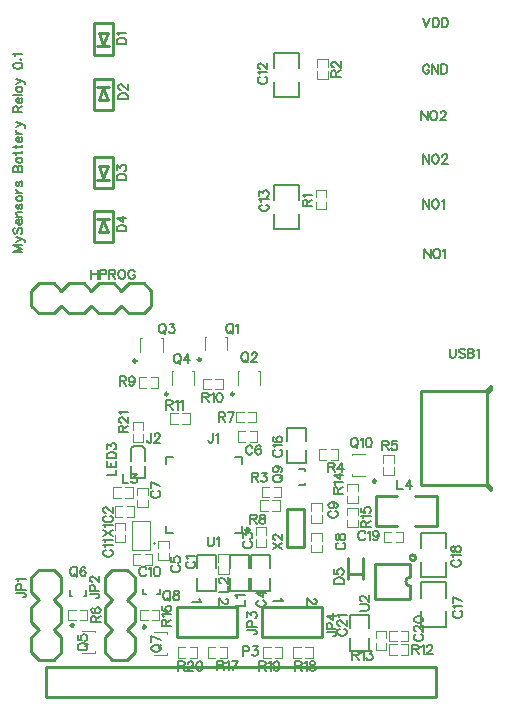
<source format=gto>
G04 Layer: TopSilkLayer*
G04 EasyEDA v6.3.22, 2020-02-01T14:25:23+03:00*
G04 de8c743d1f944906aa5e958e3f35c1be,ca54920fb7ea4c169f3d1b618bee327e,10*
G04 Gerber Generator version 0.2*
G04 Scale: 100 percent, Rotated: No, Reflected: No *
G04 Dimensions in inches *
G04 leading zeros omitted , absolute positions ,2 integer and 4 decimal *
%FSLAX24Y24*%
%MOIN*%
G90*
G70D02*

%ADD10C,0.010000*%
%ADD11C,0.008000*%
%ADD12C,0.006000*%
%ADD49C,0.003937*%
%ADD50C,0.004000*%
%ADD51C,0.007874*%
%ADD52C,0.005900*%
%ADD53C,0.007870*%
%ADD54C,0.009800*%
%ADD55C,0.011811*%

%LPD*%
G54D49*
G01X4944Y6872D02*
G01X4944Y5927D01*
G54D50*
G01X4353Y5927D02*
G01X4353Y6872D01*
G01X4353Y6872D02*
G01X4944Y6872D01*
G01X4944Y5927D02*
G01X4353Y5927D01*
G01X3780Y6426D02*
G01X3780Y6176D01*
G01X4119Y6176D01*
G01X4119Y6386D01*
G01X4119Y6426D01*
G01X4119Y6576D02*
G01X4119Y6817D01*
G01X3780Y6817D01*
G01X3780Y6607D01*
G01X3780Y6576D01*
G01X10330Y7076D02*
G01X10330Y6826D01*
G01X10669Y6826D01*
G01X10669Y7036D01*
G01X10669Y7076D01*
G01X10669Y7226D02*
G01X10669Y7467D01*
G01X10330Y7467D01*
G01X10330Y7257D01*
G01X10330Y7226D01*
G01X10669Y6223D02*
G01X10669Y6473D01*
G01X10330Y6473D01*
G01X10330Y6263D01*
G01X10330Y6223D01*
G01X10330Y6073D02*
G01X10330Y5832D01*
G01X10669Y5832D01*
G01X10669Y6042D01*
G01X10669Y6073D01*
G54D10*
G01X10094Y7279D02*
G01X10094Y6019D01*
G01X10094Y6019D02*
G01X9503Y6019D01*
G01X9503Y6019D02*
G01X9503Y7279D01*
G01X9503Y7279D02*
G01X10094Y7279D01*
G54D50*
G01X4869Y7732D02*
G01X4869Y7982D01*
G01X4530Y7982D01*
G01X4530Y7773D01*
G01X4530Y7732D01*
G01X4530Y7582D02*
G01X4530Y7342D01*
G01X4869Y7342D01*
G01X4869Y7553D01*
G01X4869Y7582D01*
G01X4172Y7030D02*
G01X4422Y7030D01*
G01X4422Y7369D01*
G01X4213Y7369D01*
G01X4172Y7369D01*
G01X4022Y7369D02*
G01X3782Y7369D01*
G01X3782Y7030D01*
G01X3993Y7030D01*
G01X4022Y7030D01*
G01X7230Y5376D02*
G01X7230Y5126D01*
G01X7569Y5126D01*
G01X7569Y5336D01*
G01X7569Y5376D01*
G01X7569Y5526D02*
G01X7569Y5767D01*
G01X7230Y5767D01*
G01X7230Y5557D01*
G01X7230Y5526D01*
G01X4627Y5769D02*
G01X4377Y5769D01*
G01X4377Y5430D01*
G01X4586Y5430D01*
G01X4627Y5430D01*
G01X4777Y5430D02*
G01X5017Y5430D01*
G01X5017Y5769D01*
G01X4806Y5769D01*
G01X4777Y5769D01*
G01X5569Y5973D02*
G01X5569Y6223D01*
G01X5230Y6223D01*
G01X5230Y6013D01*
G01X5230Y5973D01*
G01X5230Y5823D02*
G01X5230Y5582D01*
G01X5569Y5582D01*
G01X5569Y5792D01*
G01X5569Y5823D01*
G01X8127Y9869D02*
G01X7877Y9869D01*
G01X7877Y9530D01*
G01X8086Y9530D01*
G01X8127Y9530D01*
G01X8277Y9530D02*
G01X8517Y9530D01*
G01X8517Y9869D01*
G01X8306Y9869D01*
G01X8277Y9869D01*
G01X8480Y6276D02*
G01X8480Y6026D01*
G01X8819Y6026D01*
G01X8819Y6236D01*
G01X8819Y6276D01*
G01X8819Y6426D02*
G01X8819Y6667D01*
G01X8480Y6667D01*
G01X8480Y6457D01*
G01X8480Y6426D01*
G01X3980Y8000D02*
G01X3730Y8000D01*
G01X3730Y7659D01*
G01X3939Y7659D01*
G01X3980Y7659D01*
G01X4130Y7659D02*
G01X4369Y7659D01*
G01X4369Y8000D01*
G01X4160Y8000D01*
G01X4130Y8000D01*
G54D10*
G01X4000Y14050D02*
G01X3750Y13800D01*
G01X3250Y13800D01*
G01X3000Y14050D01*
G01X3000Y14550D02*
G01X2750Y14800D01*
G01X2250Y14800D01*
G01X2000Y14550D01*
G01X3000Y14050D02*
G01X2750Y13800D01*
G01X2250Y13800D01*
G01X2000Y14050D01*
G01X5000Y14550D02*
G01X5000Y14050D01*
G01X2000Y14550D02*
G01X1750Y14800D01*
G01X1250Y14800D01*
G01X1000Y14550D01*
G01X2000Y14050D02*
G01X1750Y13800D01*
G01X1250Y13800D01*
G01X1000Y14050D01*
G01X1000Y14550D02*
G01X1000Y14050D01*
G01X5000Y14550D02*
G01X4750Y14800D01*
G01X4250Y14800D01*
G01X4000Y14550D01*
G01X5000Y14050D02*
G01X4750Y13800D01*
G01X4250Y13800D01*
G01X4000Y14050D01*
G01X4000Y14550D02*
G01X3750Y14800D01*
G01X3250Y14800D01*
G01X3000Y14550D01*
G54D50*
G01X10530Y21877D02*
G01X10530Y21627D01*
G01X10869Y21627D01*
G01X10869Y21836D01*
G01X10869Y21877D01*
G01X10869Y22027D02*
G01X10869Y22267D01*
G01X10530Y22267D01*
G01X10530Y22057D01*
G01X10530Y22027D01*
G01X10480Y17527D02*
G01X10480Y17277D01*
G01X10819Y17277D01*
G01X10819Y17486D01*
G01X10819Y17527D01*
G01X10819Y17677D02*
G01X10819Y17917D01*
G01X10480Y17917D01*
G01X10480Y17707D01*
G01X10480Y17677D01*
G01X10972Y8930D02*
G01X11222Y8930D01*
G01X11222Y9269D01*
G01X11013Y9269D01*
G01X10972Y9269D01*
G01X10822Y9269D02*
G01X10582Y9269D01*
G01X10582Y8930D01*
G01X10793Y8930D01*
G01X10822Y8930D01*
G54D10*
G01X3400Y22750D02*
G01X3239Y23150D01*
G01X3239Y23150D02*
G01X3560Y23150D01*
G01X3560Y23150D02*
G01X3400Y22750D01*
G01X3719Y23480D02*
G01X3719Y22419D01*
G01X3719Y22419D02*
G01X3080Y22419D01*
G01X3080Y22419D02*
G01X3080Y23480D01*
G01X3080Y23480D02*
G01X3719Y23480D01*
G01X3600Y22700D02*
G01X3200Y22700D01*
G01X3400Y21300D02*
G01X3560Y20900D01*
G01X3560Y20900D02*
G01X3239Y20900D01*
G01X3239Y20900D02*
G01X3400Y21300D01*
G01X3080Y20569D02*
G01X3080Y21630D01*
G01X3080Y21630D02*
G01X3719Y21630D01*
G01X3719Y21630D02*
G01X3719Y20569D01*
G01X3719Y20569D02*
G01X3080Y20569D01*
G01X3200Y21350D02*
G01X3600Y21350D01*
G01X3400Y18300D02*
G01X3239Y18700D01*
G01X3239Y18700D02*
G01X3560Y18700D01*
G01X3560Y18700D02*
G01X3400Y18300D01*
G01X3719Y19030D02*
G01X3719Y17969D01*
G01X3719Y17969D02*
G01X3080Y17969D01*
G01X3080Y17969D02*
G01X3080Y19030D01*
G01X3080Y19030D02*
G01X3719Y19030D01*
G01X3600Y18250D02*
G01X3200Y18250D01*
G01X3400Y16900D02*
G01X3560Y16500D01*
G01X3560Y16500D02*
G01X3239Y16500D01*
G01X3239Y16500D02*
G01X3400Y16900D01*
G01X3080Y16169D02*
G01X3080Y17230D01*
G01X3080Y17230D02*
G01X3719Y17230D01*
G01X3719Y17230D02*
G01X3719Y16169D01*
G01X3719Y16169D02*
G01X3080Y16169D01*
G01X3200Y16950D02*
G01X3600Y16950D01*
G54D49*
G01X7465Y13018D02*
G01X7524Y13018D01*
G01X7524Y12575D01*
G01X6776Y12575D02*
G01X6776Y13018D01*
G01X6835Y13018D01*
G01X8565Y11868D02*
G01X8624Y11868D01*
G01X8624Y11425D01*
G01X7876Y11425D02*
G01X7876Y11868D01*
G01X7935Y11868D01*
G01X5315Y12968D02*
G01X5374Y12968D01*
G01X5374Y12525D01*
G01X4626Y12525D02*
G01X4626Y12968D01*
G01X4685Y12968D01*
G01X6365Y11868D02*
G01X6424Y11868D01*
G01X6424Y11425D01*
G01X5676Y11425D02*
G01X5676Y11868D01*
G01X5735Y11868D01*
G54D10*
G01X1250Y4250D02*
G01X1000Y4500D01*
G01X1000Y4500D02*
G01X1000Y5000D01*
G01X1000Y5000D02*
G01X1250Y5250D01*
G01X1750Y5250D02*
G01X2000Y5000D01*
G01X2000Y5000D02*
G01X2000Y4500D01*
G01X2000Y4500D02*
G01X1750Y4250D01*
G01X1000Y2500D02*
G01X1000Y3000D01*
G01X1000Y3000D02*
G01X1250Y3250D01*
G01X1750Y3250D02*
G01X2000Y3000D01*
G01X1250Y3250D02*
G01X1000Y3500D01*
G01X1000Y3500D02*
G01X1000Y4000D01*
G01X1000Y4000D02*
G01X1250Y4250D01*
G01X1750Y4250D02*
G01X2000Y4000D01*
G01X2000Y4000D02*
G01X2000Y3500D01*
G01X2000Y3500D02*
G01X1750Y3250D01*
G01X1250Y2250D02*
G01X1750Y2250D01*
G01X1000Y2500D02*
G01X1250Y2250D01*
G01X1750Y2250D02*
G01X2000Y2500D01*
G01X2000Y3000D02*
G01X2000Y2500D01*
G01X1250Y5250D02*
G01X1750Y5250D01*
G54D11*
G01X2274Y4579D02*
G01X2274Y4382D01*
G01X2353Y4382D01*
G01X2825Y4579D02*
G01X2825Y4382D01*
G01X2746Y4382D01*
G54D10*
G01X3700Y4250D02*
G01X3450Y4500D01*
G01X3450Y4500D02*
G01X3450Y5000D01*
G01X3450Y5000D02*
G01X3700Y5250D01*
G01X4200Y5250D02*
G01X4450Y5000D01*
G01X4450Y5000D02*
G01X4450Y4500D01*
G01X4450Y4500D02*
G01X4200Y4250D01*
G01X3450Y2500D02*
G01X3450Y3000D01*
G01X3450Y3000D02*
G01X3700Y3250D01*
G01X4200Y3250D02*
G01X4450Y3000D01*
G01X3700Y3250D02*
G01X3450Y3500D01*
G01X3450Y3500D02*
G01X3450Y4000D01*
G01X3450Y4000D02*
G01X3700Y4250D01*
G01X4200Y4250D02*
G01X4450Y4000D01*
G01X4450Y4000D02*
G01X4450Y3500D01*
G01X4450Y3500D02*
G01X4200Y3250D01*
G01X3700Y2250D02*
G01X4200Y2250D01*
G01X3450Y2500D02*
G01X3700Y2250D01*
G01X4200Y2250D02*
G01X4450Y2500D01*
G01X4450Y3000D02*
G01X4450Y2500D01*
G01X3700Y5250D02*
G01X4200Y5250D01*
G54D11*
G01X4724Y4629D02*
G01X4724Y4432D01*
G01X4803Y4432D01*
G01X5275Y4629D02*
G01X5275Y4432D01*
G01X5196Y4432D01*
G54D10*
G01X1500Y2000D02*
G01X14500Y2000D01*
G01X14500Y1000D01*
G01X1500Y1000D01*
G01X1500Y2000D01*
G01X13635Y5444D02*
G01X12453Y5444D01*
G01X12455Y5446D02*
G01X12455Y4265D01*
G01X13635Y5444D02*
G01X13635Y5015D01*
G01X13635Y4265D02*
G01X12453Y4265D01*
G01X13635Y4694D02*
G01X13635Y4265D01*
G01X13200Y7700D02*
G01X12472Y7700D01*
G01X12472Y6700D01*
G01X13200Y6700D01*
G01X13800Y6700D02*
G01X14531Y6700D01*
G01X14531Y7700D01*
G01X13800Y7700D01*
G54D50*
G01X13143Y6180D02*
G01X13393Y6180D01*
G01X13393Y6519D01*
G01X13182Y6519D01*
G01X13143Y6519D01*
G01X12993Y6519D02*
G01X12752Y6519D01*
G01X12752Y6180D01*
G01X12963Y6180D01*
G01X12993Y6180D01*
G01X13177Y3219D02*
G01X12927Y3219D01*
G01X12927Y2880D01*
G01X13136Y2880D01*
G01X13177Y2880D01*
G01X13327Y2880D02*
G01X13567Y2880D01*
G01X13567Y3219D01*
G01X13356Y3219D01*
G01X13327Y3219D01*
G01X13177Y2769D02*
G01X12927Y2769D01*
G01X12927Y2430D01*
G01X13136Y2430D01*
G01X13177Y2430D01*
G01X13327Y2430D02*
G01X13567Y2430D01*
G01X13567Y2769D01*
G01X13356Y2769D01*
G01X13327Y2769D01*
G01X12480Y2826D02*
G01X12480Y2576D01*
G01X12819Y2576D01*
G01X12819Y2786D01*
G01X12819Y2826D01*
G01X12819Y2976D02*
G01X12819Y3217D01*
G01X12480Y3217D01*
G01X12480Y3007D01*
G01X12480Y2976D01*
G54D11*
G01X9920Y8074D02*
G01X10117Y8074D01*
G01X10117Y8153D01*
G01X9920Y8625D02*
G01X10117Y8625D01*
G01X10117Y8546D01*
G54D49*
G01X11681Y9065D02*
G01X11681Y9123D01*
G01X12124Y9123D01*
G01X12124Y8376D02*
G01X11681Y8376D01*
G01X11681Y8434D01*
G54D50*
G01X11530Y7726D02*
G01X11530Y7476D01*
G01X11869Y7476D01*
G01X11869Y7686D01*
G01X11869Y7726D01*
G01X11869Y7876D02*
G01X11869Y8117D01*
G01X11530Y8117D01*
G01X11530Y7907D01*
G01X11530Y7876D01*
G01X11530Y6926D02*
G01X11530Y6676D01*
G01X11869Y6676D01*
G01X11869Y6886D01*
G01X11869Y6926D01*
G01X11869Y7076D02*
G01X11869Y7317D01*
G01X11530Y7317D01*
G01X11530Y7107D01*
G01X11530Y7076D01*
G01X7272Y2330D02*
G01X7522Y2330D01*
G01X7522Y2669D01*
G01X7313Y2669D01*
G01X7272Y2669D01*
G01X7122Y2669D02*
G01X6882Y2669D01*
G01X6882Y2330D01*
G01X7093Y2330D01*
G01X7122Y2330D01*
G01X10122Y2330D02*
G01X10372Y2330D01*
G01X10372Y2669D01*
G01X10163Y2669D01*
G01X10122Y2669D01*
G01X9972Y2669D02*
G01X9732Y2669D01*
G01X9732Y2330D01*
G01X9943Y2330D01*
G01X9972Y2330D01*
G01X8977Y2669D02*
G01X8727Y2669D01*
G01X8727Y2330D01*
G01X8936Y2330D01*
G01X8977Y2330D01*
G01X9127Y2330D02*
G01X9367Y2330D01*
G01X9367Y2669D01*
G01X9156Y2669D01*
G01X9127Y2669D01*
G01X6127Y2669D02*
G01X5877Y2669D01*
G01X5877Y2330D01*
G01X6086Y2330D01*
G01X6127Y2330D01*
G01X6277Y2330D02*
G01X6517Y2330D01*
G01X6517Y2669D01*
G01X6306Y2669D01*
G01X6277Y2669D01*
G01X4877Y3919D02*
G01X4627Y3919D01*
G01X4627Y3580D01*
G01X4836Y3580D01*
G01X4877Y3580D01*
G01X5027Y3580D02*
G01X5267Y3580D01*
G01X5267Y3919D01*
G01X5056Y3919D01*
G01X5027Y3919D01*
G54D10*
G01X7850Y4000D02*
G01X7850Y3000D01*
G01X5850Y3000D01*
G01X5850Y4000D01*
G01X7850Y4000D01*
G01X10700Y4000D02*
G01X10700Y3000D01*
G01X8700Y3000D01*
G01X8700Y4000D01*
G01X10700Y4000D01*
G54D51*
G01X5726Y9009D02*
G01X5490Y9009D01*
G01X5490Y8773D01*
G01X7773Y9009D02*
G01X8010Y9009D01*
G01X8010Y8773D01*
G01X8010Y6725D02*
G01X8010Y6489D01*
G01X7773Y6489D01*
G01X5726Y6489D02*
G01X5490Y6489D01*
G01X5490Y6725D01*
G54D50*
G01X12730Y8676D02*
G01X12730Y8426D01*
G01X13069Y8426D01*
G01X13069Y8636D01*
G01X13069Y8676D01*
G01X13069Y8826D02*
G01X13069Y9067D01*
G01X12730Y9067D01*
G01X12730Y8857D01*
G01X12730Y8826D01*
G01X2477Y3919D02*
G01X2227Y3919D01*
G01X2227Y3580D01*
G01X2436Y3580D01*
G01X2477Y3580D01*
G01X2627Y3580D02*
G01X2867Y3580D01*
G01X2867Y3919D01*
G01X2656Y3919D01*
G01X2627Y3919D01*
G01X8222Y10180D02*
G01X8472Y10180D01*
G01X8472Y10519D01*
G01X8263Y10519D01*
G01X8222Y10519D01*
G01X8072Y10519D02*
G01X7832Y10519D01*
G01X7832Y10180D01*
G01X8043Y10180D01*
G01X8072Y10180D01*
G01X4972Y11330D02*
G01X5222Y11330D01*
G01X5222Y11669D01*
G01X5013Y11669D01*
G01X4972Y11669D01*
G01X4822Y11669D02*
G01X4582Y11669D01*
G01X4582Y11330D01*
G01X4793Y11330D01*
G01X4822Y11330D01*
G54D49*
G01X3118Y2534D02*
G01X3118Y2476D01*
G01X2675Y2476D01*
G01X2675Y3223D02*
G01X3118Y3223D01*
G01X3118Y3165D01*
G54D50*
G01X7122Y11280D02*
G01X7372Y11280D01*
G01X7372Y11619D01*
G01X7163Y11619D01*
G01X7122Y11619D01*
G01X6972Y11619D02*
G01X6732Y11619D01*
G01X6732Y11280D01*
G01X6943Y11280D01*
G01X6972Y11280D01*
G54D49*
G01X5518Y2484D02*
G01X5518Y2426D01*
G01X5075Y2426D01*
G01X5075Y3173D02*
G01X5518Y3173D01*
G01X5518Y3115D01*
G54D50*
G01X6022Y10130D02*
G01X6272Y10130D01*
G01X6272Y10469D01*
G01X6063Y10469D01*
G01X6022Y10469D01*
G01X5872Y10469D02*
G01X5632Y10469D01*
G01X5632Y10130D01*
G01X5843Y10130D01*
G01X5872Y10130D01*
G54D52*
G01X4309Y8725D02*
G01X4309Y8305D01*
G01X4779Y8305D01*
G01X4779Y8725D01*
G54D12*
G01X4309Y9284D02*
G01X4314Y9300D01*
G01X4409Y9394D01*
G01X4679Y9394D01*
G01X4779Y9294D01*
G01X4309Y9284D02*
G01X4309Y8884D01*
G01X4779Y9294D02*
G01X4779Y8884D01*
G54D50*
G01X4380Y9776D02*
G01X4380Y9526D01*
G01X4719Y9526D01*
G01X4719Y9736D01*
G01X4719Y9776D01*
G01X4719Y9926D02*
G01X4719Y10167D01*
G01X4380Y10167D01*
G01X4380Y9957D01*
G01X4380Y9926D01*
G54D10*
G01X12060Y5650D02*
G01X12060Y5500D01*
G01X12060Y5500D02*
G01X12060Y4950D01*
G01X11540Y5650D02*
G01X11540Y5500D01*
G01X11540Y5500D02*
G01X11540Y4950D01*
G01X12036Y5103D02*
G01X11555Y5103D01*
G54D51*
G01X8335Y5307D02*
G01X8335Y5740D01*
G01X8964Y5740D01*
G01X8964Y5307D01*
G01X8335Y4992D02*
G01X8335Y4559D01*
G01X8728Y4559D01*
G01X8964Y4559D01*
G01X8964Y4992D01*
G01X7164Y4992D02*
G01X7164Y4559D01*
G01X6535Y4559D01*
G01X6535Y4992D01*
G01X7164Y5307D02*
G01X7164Y5740D01*
G01X6771Y5740D01*
G01X6535Y5740D01*
G01X6535Y5307D01*
G01X8264Y4992D02*
G01X8264Y4559D01*
G01X7635Y4559D01*
G01X7635Y4992D01*
G01X8264Y5307D02*
G01X8264Y5740D01*
G01X7871Y5740D01*
G01X7635Y5740D01*
G01X7635Y5307D01*
G54D53*
G01X9092Y21531D02*
G01X9092Y21011D01*
G01X9907Y21011D01*
G01X9907Y21531D01*
G01X9092Y21977D02*
G01X9092Y22496D01*
G01X9907Y22496D01*
G01X9907Y21977D01*
G01X9092Y17131D02*
G01X9092Y16611D01*
G01X9907Y16611D01*
G01X9907Y17131D01*
G01X9092Y17577D02*
G01X9092Y18096D01*
G01X9907Y18096D01*
G01X9907Y17577D01*
G54D51*
G01X9535Y9557D02*
G01X9535Y9990D01*
G01X10164Y9990D01*
G01X10164Y9557D01*
G01X9535Y9242D02*
G01X9535Y8809D01*
G01X9928Y8809D01*
G01X10164Y8809D01*
G01X10164Y9242D01*
G54D53*
G01X14807Y4318D02*
G01X14807Y4838D01*
G01X13992Y4838D01*
G01X13992Y4318D01*
G01X14807Y3872D02*
G01X14807Y3352D01*
G01X13992Y3352D01*
G01X13992Y3872D01*
G01X14807Y5968D02*
G01X14807Y6488D01*
G01X13992Y6488D01*
G01X13992Y5968D01*
G01X14807Y5522D02*
G01X14807Y5002D01*
G01X13992Y5002D01*
G01X13992Y5522D01*
G54D51*
G01X12264Y2992D02*
G01X12264Y2559D01*
G01X11635Y2559D01*
G01X11635Y2992D01*
G01X12264Y3307D02*
G01X12264Y3740D01*
G01X11871Y3740D01*
G01X11635Y3740D01*
G01X11635Y3307D01*
G54D10*
G01X13971Y11224D02*
G01X16136Y11224D01*
G01X16140Y11220D02*
G01X16306Y11373D01*
G01X16306Y11257D01*
G01X16176Y11137D01*
G01X16176Y8134D01*
G01X16326Y7994D01*
G01X16326Y7930D01*
G01X16306Y7930D01*
G01X16140Y8071D01*
G01X13975Y8075D02*
G01X16140Y8075D01*
G01X13971Y11224D02*
G01X13971Y8075D01*
G54D50*
G01X9072Y7680D02*
G01X9322Y7680D01*
G01X9322Y8019D01*
G01X9113Y8019D01*
G01X9072Y8019D01*
G01X8922Y8019D02*
G01X8682Y8019D01*
G01X8682Y7680D01*
G01X8893Y7680D01*
G01X8922Y7680D01*
G01X9022Y7230D02*
G01X9272Y7230D01*
G01X9272Y7569D01*
G01X9063Y7569D01*
G01X9022Y7569D01*
G01X8872Y7569D02*
G01X8632Y7569D01*
G01X8632Y7230D01*
G01X8843Y7230D01*
G01X8872Y7230D01*
G54D11*
G01X14000Y20550D02*
G01X14000Y20244D01*
G01X14000Y20550D02*
G01X14203Y20244D01*
G01X14203Y20550D02*
G01X14203Y20244D01*
G01X14386Y20550D02*
G01X14357Y20534D01*
G01X14328Y20505D01*
G01X14314Y20477D01*
G01X14300Y20432D01*
G01X14300Y20359D01*
G01X14314Y20317D01*
G01X14328Y20288D01*
G01X14357Y20259D01*
G01X14386Y20244D01*
G01X14444Y20244D01*
G01X14473Y20259D01*
G01X14502Y20288D01*
G01X14518Y20317D01*
G01X14531Y20359D01*
G01X14531Y20432D01*
G01X14518Y20477D01*
G01X14502Y20505D01*
G01X14473Y20534D01*
G01X14444Y20550D01*
G01X14386Y20550D01*
G01X14643Y20477D02*
G01X14643Y20490D01*
G01X14656Y20519D01*
G01X14672Y20534D01*
G01X14701Y20550D01*
G01X14759Y20550D01*
G01X14788Y20534D01*
G01X14802Y20519D01*
G01X14817Y20490D01*
G01X14817Y20461D01*
G01X14802Y20432D01*
G01X14773Y20390D01*
G01X14627Y20244D01*
G01X14831Y20244D01*
G01X14050Y19100D02*
G01X14050Y18794D01*
G01X14050Y19100D02*
G01X14253Y18794D01*
G01X14253Y19100D02*
G01X14253Y18794D01*
G01X14436Y19100D02*
G01X14407Y19084D01*
G01X14378Y19055D01*
G01X14364Y19027D01*
G01X14350Y18982D01*
G01X14350Y18909D01*
G01X14364Y18867D01*
G01X14378Y18838D01*
G01X14407Y18809D01*
G01X14436Y18794D01*
G01X14494Y18794D01*
G01X14523Y18809D01*
G01X14552Y18838D01*
G01X14568Y18867D01*
G01X14581Y18909D01*
G01X14581Y18982D01*
G01X14568Y19027D01*
G01X14552Y19055D01*
G01X14523Y19084D01*
G01X14494Y19100D01*
G01X14436Y19100D01*
G01X14693Y19027D02*
G01X14693Y19040D01*
G01X14706Y19069D01*
G01X14722Y19084D01*
G01X14751Y19100D01*
G01X14809Y19100D01*
G01X14838Y19084D01*
G01X14852Y19069D01*
G01X14867Y19040D01*
G01X14867Y19011D01*
G01X14852Y18982D01*
G01X14823Y18940D01*
G01X14677Y18794D01*
G01X14881Y18794D01*
G01X14050Y23650D02*
G01X14165Y23344D01*
G01X14282Y23650D02*
G01X14165Y23344D01*
G01X14378Y23650D02*
G01X14378Y23344D01*
G01X14378Y23650D02*
G01X14481Y23650D01*
G01X14523Y23634D01*
G01X14552Y23605D01*
G01X14568Y23577D01*
G01X14581Y23532D01*
G01X14581Y23459D01*
G01X14568Y23417D01*
G01X14552Y23388D01*
G01X14523Y23359D01*
G01X14481Y23344D01*
G01X14378Y23344D01*
G01X14677Y23650D02*
G01X14677Y23344D01*
G01X14677Y23650D02*
G01X14780Y23650D01*
G01X14823Y23634D01*
G01X14852Y23605D01*
G01X14867Y23577D01*
G01X14881Y23532D01*
G01X14881Y23459D01*
G01X14867Y23417D01*
G01X14852Y23388D01*
G01X14823Y23359D01*
G01X14780Y23344D01*
G01X14677Y23344D01*
G01X14050Y17600D02*
G01X14050Y17294D01*
G01X14050Y17600D02*
G01X14253Y17294D01*
G01X14253Y17600D02*
G01X14253Y17294D01*
G01X14436Y17600D02*
G01X14407Y17584D01*
G01X14378Y17555D01*
G01X14364Y17527D01*
G01X14350Y17482D01*
G01X14350Y17409D01*
G01X14364Y17367D01*
G01X14378Y17338D01*
G01X14407Y17309D01*
G01X14436Y17294D01*
G01X14494Y17294D01*
G01X14523Y17309D01*
G01X14552Y17338D01*
G01X14568Y17367D01*
G01X14581Y17409D01*
G01X14581Y17482D01*
G01X14568Y17527D01*
G01X14552Y17555D01*
G01X14523Y17584D01*
G01X14494Y17600D01*
G01X14436Y17600D01*
G01X14677Y17540D02*
G01X14706Y17555D01*
G01X14751Y17600D01*
G01X14751Y17294D01*
G01X14100Y15950D02*
G01X14100Y15644D01*
G01X14100Y15950D02*
G01X14303Y15644D01*
G01X14303Y15950D02*
G01X14303Y15644D01*
G01X14486Y15950D02*
G01X14457Y15934D01*
G01X14428Y15905D01*
G01X14414Y15876D01*
G01X14400Y15832D01*
G01X14400Y15759D01*
G01X14414Y15717D01*
G01X14428Y15688D01*
G01X14457Y15659D01*
G01X14486Y15644D01*
G01X14544Y15644D01*
G01X14573Y15659D01*
G01X14602Y15688D01*
G01X14618Y15717D01*
G01X14631Y15759D01*
G01X14631Y15832D01*
G01X14618Y15876D01*
G01X14602Y15905D01*
G01X14573Y15934D01*
G01X14544Y15950D01*
G01X14486Y15950D01*
G01X14727Y15890D02*
G01X14756Y15905D01*
G01X14801Y15950D01*
G01X14801Y15644D01*
G01X14268Y22027D02*
G01X14253Y22055D01*
G01X14225Y22084D01*
G01X14194Y22100D01*
G01X14136Y22100D01*
G01X14107Y22084D01*
G01X14078Y22055D01*
G01X14064Y22027D01*
G01X14050Y21982D01*
G01X14050Y21909D01*
G01X14064Y21867D01*
G01X14078Y21838D01*
G01X14107Y21809D01*
G01X14136Y21794D01*
G01X14194Y21794D01*
G01X14225Y21809D01*
G01X14253Y21838D01*
G01X14268Y21867D01*
G01X14268Y21909D01*
G01X14194Y21909D02*
G01X14268Y21909D01*
G01X14364Y22100D02*
G01X14364Y21794D01*
G01X14364Y22100D02*
G01X14568Y21794D01*
G01X14568Y22100D02*
G01X14568Y21794D01*
G01X14664Y22100D02*
G01X14664Y21794D01*
G01X14664Y22100D02*
G01X14765Y22100D01*
G01X14809Y22084D01*
G01X14838Y22055D01*
G01X14852Y22027D01*
G01X14867Y21982D01*
G01X14867Y21909D01*
G01X14852Y21867D01*
G01X14838Y21838D01*
G01X14809Y21809D01*
G01X14765Y21794D01*
G01X14664Y21794D01*
G01X393Y15844D02*
G01X698Y15844D01*
G01X393Y15844D02*
G01X698Y15961D01*
G01X393Y16078D02*
G01X698Y15961D01*
G01X393Y16078D02*
G01X698Y16078D01*
G01X494Y16188D02*
G01X698Y16276D01*
G01X494Y16363D02*
G01X698Y16276D01*
G01X756Y16246D01*
G01X785Y16217D01*
G01X801Y16188D01*
G01X801Y16173D01*
G01X436Y16661D02*
G01X407Y16632D01*
G01X393Y16590D01*
G01X393Y16532D01*
G01X407Y16488D01*
G01X436Y16459D01*
G01X465Y16459D01*
G01X494Y16473D01*
G01X510Y16488D01*
G01X523Y16517D01*
G01X552Y16603D01*
G01X568Y16632D01*
G01X582Y16648D01*
G01X611Y16661D01*
G01X655Y16661D01*
G01X684Y16632D01*
G01X698Y16590D01*
G01X698Y16532D01*
G01X684Y16488D01*
G01X655Y16459D01*
G01X582Y16757D02*
G01X582Y16932D01*
G01X552Y16932D01*
G01X523Y16917D01*
G01X510Y16903D01*
G01X494Y16875D01*
G01X494Y16830D01*
G01X510Y16802D01*
G01X539Y16773D01*
G01X582Y16757D01*
G01X611Y16757D01*
G01X655Y16773D01*
G01X684Y16802D01*
G01X698Y16830D01*
G01X698Y16875D01*
G01X684Y16903D01*
G01X655Y16932D01*
G01X494Y17028D02*
G01X698Y17028D01*
G01X552Y17028D02*
G01X510Y17073D01*
G01X494Y17102D01*
G01X494Y17144D01*
G01X510Y17173D01*
G01X552Y17188D01*
G01X698Y17188D01*
G01X539Y17444D02*
G01X510Y17430D01*
G01X494Y17386D01*
G01X494Y17342D01*
G01X510Y17300D01*
G01X539Y17284D01*
G01X568Y17300D01*
G01X582Y17328D01*
G01X597Y17401D01*
G01X611Y17430D01*
G01X640Y17444D01*
G01X655Y17444D01*
G01X684Y17430D01*
G01X698Y17386D01*
G01X698Y17342D01*
G01X684Y17300D01*
G01X655Y17284D01*
G01X494Y17613D02*
G01X510Y17584D01*
G01X539Y17555D01*
G01X582Y17540D01*
G01X611Y17540D01*
G01X655Y17555D01*
G01X684Y17584D01*
G01X698Y17613D01*
G01X698Y17657D01*
G01X684Y17686D01*
G01X655Y17715D01*
G01X611Y17730D01*
G01X582Y17730D01*
G01X539Y17715D01*
G01X510Y17686D01*
G01X494Y17657D01*
G01X494Y17613D01*
G01X494Y17826D02*
G01X698Y17826D01*
G01X582Y17826D02*
G01X539Y17840D01*
G01X510Y17869D01*
G01X494Y17898D01*
G01X494Y17942D01*
G01X539Y18198D02*
G01X510Y18184D01*
G01X494Y18140D01*
G01X494Y18096D01*
G01X510Y18053D01*
G01X539Y18038D01*
G01X568Y18053D01*
G01X582Y18082D01*
G01X597Y18155D01*
G01X611Y18184D01*
G01X640Y18198D01*
G01X655Y18198D01*
G01X684Y18184D01*
G01X698Y18140D01*
G01X698Y18096D01*
G01X684Y18053D01*
G01X655Y18038D01*
G01X393Y18517D02*
G01X698Y18517D01*
G01X393Y18517D02*
G01X393Y18648D01*
G01X407Y18692D01*
G01X422Y18707D01*
G01X452Y18721D01*
G01X481Y18721D01*
G01X510Y18707D01*
G01X523Y18692D01*
G01X539Y18648D01*
G01X539Y18517D02*
G01X539Y18648D01*
G01X552Y18692D01*
G01X568Y18707D01*
G01X597Y18721D01*
G01X640Y18721D01*
G01X669Y18707D01*
G01X684Y18692D01*
G01X698Y18648D01*
G01X698Y18517D01*
G01X494Y18992D02*
G01X698Y18992D01*
G01X539Y18992D02*
G01X510Y18963D01*
G01X494Y18934D01*
G01X494Y18890D01*
G01X510Y18861D01*
G01X539Y18832D01*
G01X582Y18817D01*
G01X611Y18817D01*
G01X655Y18832D01*
G01X684Y18861D01*
G01X698Y18890D01*
G01X698Y18934D01*
G01X684Y18963D01*
G01X655Y18992D01*
G01X393Y19132D02*
G01X640Y19132D01*
G01X684Y19146D01*
G01X698Y19176D01*
G01X698Y19205D01*
G01X494Y19088D02*
G01X494Y19190D01*
G01X393Y19344D02*
G01X640Y19344D01*
G01X684Y19359D01*
G01X698Y19388D01*
G01X698Y19417D01*
G01X494Y19301D02*
G01X494Y19403D01*
G01X582Y19513D02*
G01X582Y19688D01*
G01X552Y19688D01*
G01X523Y19673D01*
G01X510Y19659D01*
G01X494Y19630D01*
G01X494Y19586D01*
G01X510Y19557D01*
G01X539Y19528D01*
G01X582Y19513D01*
G01X611Y19513D01*
G01X655Y19528D01*
G01X684Y19557D01*
G01X698Y19586D01*
G01X698Y19630D01*
G01X684Y19659D01*
G01X655Y19688D01*
G01X494Y19784D02*
G01X698Y19784D01*
G01X582Y19784D02*
G01X539Y19798D01*
G01X510Y19828D01*
G01X494Y19857D01*
G01X494Y19900D01*
G01X494Y20011D02*
G01X698Y20098D01*
G01X494Y20184D02*
G01X698Y20098D01*
G01X756Y20069D01*
G01X785Y20040D01*
G01X801Y20011D01*
G01X801Y19996D01*
G01X393Y20505D02*
G01X698Y20505D01*
G01X393Y20505D02*
G01X393Y20636D01*
G01X407Y20680D01*
G01X422Y20694D01*
G01X452Y20709D01*
G01X481Y20709D01*
G01X510Y20694D01*
G01X523Y20680D01*
G01X539Y20636D01*
G01X539Y20505D01*
G01X539Y20607D02*
G01X698Y20709D01*
G01X582Y20805D02*
G01X582Y20980D01*
G01X552Y20980D01*
G01X523Y20965D01*
G01X510Y20950D01*
G01X494Y20921D01*
G01X494Y20878D01*
G01X510Y20848D01*
G01X539Y20819D01*
G01X582Y20805D01*
G01X611Y20805D01*
G01X655Y20819D01*
G01X684Y20848D01*
G01X698Y20878D01*
G01X698Y20921D01*
G01X684Y20950D01*
G01X655Y20980D01*
G01X393Y21076D02*
G01X698Y21076D01*
G01X494Y21346D02*
G01X698Y21346D01*
G01X539Y21346D02*
G01X510Y21317D01*
G01X494Y21288D01*
G01X494Y21244D01*
G01X510Y21215D01*
G01X539Y21186D01*
G01X582Y21171D01*
G01X611Y21171D01*
G01X655Y21186D01*
G01X684Y21215D01*
G01X698Y21244D01*
G01X698Y21288D01*
G01X684Y21317D01*
G01X655Y21346D01*
G01X494Y21457D02*
G01X698Y21544D01*
G01X494Y21630D02*
G01X698Y21544D01*
G01X756Y21515D01*
G01X785Y21486D01*
G01X801Y21457D01*
G01X801Y21442D01*
G01X393Y22038D02*
G01X407Y21994D01*
G01X452Y21965D01*
G01X523Y21951D01*
G01X568Y21951D01*
G01X640Y21965D01*
G01X684Y21994D01*
G01X698Y22038D01*
G01X698Y22067D01*
G01X684Y22111D01*
G01X640Y22140D01*
G01X568Y22155D01*
G01X523Y22155D01*
G01X452Y22140D01*
G01X407Y22111D01*
G01X393Y22067D01*
G01X393Y22038D01*
G01X626Y22265D02*
G01X640Y22251D01*
G01X655Y22265D01*
G01X640Y22280D01*
G01X626Y22265D01*
G01X452Y22376D02*
G01X436Y22405D01*
G01X393Y22448D01*
G01X698Y22448D01*
G54D12*
G01X3400Y6377D02*
G01X3705Y6581D01*
G01X3400Y6581D02*
G01X3705Y6377D01*
G01X3458Y6677D02*
G01X3443Y6706D01*
G01X3400Y6750D01*
G01X3705Y6750D01*
G01X3472Y5911D02*
G01X3443Y5898D01*
G01X3414Y5869D01*
G01X3400Y5838D01*
G01X3400Y5780D01*
G01X3414Y5751D01*
G01X3443Y5723D01*
G01X3472Y5709D01*
G01X3517Y5694D01*
G01X3589Y5694D01*
G01X3632Y5709D01*
G01X3661Y5723D01*
G01X3690Y5751D01*
G01X3706Y5780D01*
G01X3706Y5838D01*
G01X3690Y5869D01*
G01X3661Y5898D01*
G01X3632Y5911D01*
G01X3459Y6007D02*
G01X3443Y6036D01*
G01X3400Y6080D01*
G01X3706Y6080D01*
G01X3459Y6176D02*
G01X3443Y6205D01*
G01X3400Y6250D01*
G01X3706Y6250D01*
G01X10972Y7215D02*
G01X10943Y7201D01*
G01X10914Y7171D01*
G01X10900Y7142D01*
G01X10900Y7084D01*
G01X10914Y7055D01*
G01X10943Y7026D01*
G01X10972Y7011D01*
G01X11017Y6996D01*
G01X11089Y6996D01*
G01X11132Y7011D01*
G01X11161Y7026D01*
G01X11190Y7055D01*
G01X11206Y7084D01*
G01X11206Y7142D01*
G01X11190Y7171D01*
G01X11161Y7201D01*
G01X11132Y7215D01*
G01X11002Y7500D02*
G01X11046Y7486D01*
G01X11075Y7457D01*
G01X11089Y7413D01*
G01X11089Y7398D01*
G01X11075Y7355D01*
G01X11046Y7326D01*
G01X11002Y7311D01*
G01X10988Y7311D01*
G01X10943Y7326D01*
G01X10914Y7355D01*
G01X10900Y7398D01*
G01X10900Y7413D01*
G01X10914Y7457D01*
G01X10943Y7486D01*
G01X11002Y7500D01*
G01X11075Y7500D01*
G01X11147Y7486D01*
G01X11190Y7457D01*
G01X11206Y7413D01*
G01X11206Y7384D01*
G01X11190Y7340D01*
G01X11161Y7326D01*
G01X11222Y6150D02*
G01X11193Y6136D01*
G01X11164Y6107D01*
G01X11150Y6076D01*
G01X11150Y6019D01*
G01X11164Y5990D01*
G01X11193Y5961D01*
G01X11222Y5946D01*
G01X11267Y5932D01*
G01X11339Y5932D01*
G01X11382Y5946D01*
G01X11411Y5961D01*
G01X11440Y5990D01*
G01X11456Y6019D01*
G01X11456Y6076D01*
G01X11440Y6107D01*
G01X11411Y6136D01*
G01X11382Y6150D01*
G01X11150Y6319D02*
G01X11164Y6275D01*
G01X11193Y6261D01*
G01X11222Y6261D01*
G01X11252Y6275D01*
G01X11267Y6303D01*
G01X11281Y6363D01*
G01X11296Y6405D01*
G01X11325Y6434D01*
G01X11353Y6450D01*
G01X11397Y6450D01*
G01X11427Y6434D01*
G01X11440Y6421D01*
G01X11456Y6376D01*
G01X11456Y6319D01*
G01X11440Y6275D01*
G01X11427Y6261D01*
G01X11397Y6246D01*
G01X11353Y6246D01*
G01X11325Y6261D01*
G01X11296Y6290D01*
G01X11281Y6332D01*
G01X11267Y6392D01*
G01X11252Y6421D01*
G01X11222Y6434D01*
G01X11193Y6434D01*
G01X11164Y6421D01*
G01X11150Y6376D01*
G01X11150Y6319D01*
G01X9049Y5946D02*
G01X9355Y6149D01*
G01X9049Y6149D02*
G01X9355Y5946D01*
G01X9122Y6260D02*
G01X9107Y6260D01*
G01X9078Y6274D01*
G01X9064Y6289D01*
G01X9049Y6318D01*
G01X9049Y6376D01*
G01X9064Y6405D01*
G01X9078Y6420D01*
G01X9107Y6434D01*
G01X9136Y6434D01*
G01X9166Y6420D01*
G01X9209Y6391D01*
G01X9355Y6245D01*
G01X9355Y6449D01*
G01X5052Y7880D02*
G01X5022Y7867D01*
G01X4993Y7838D01*
G01X4978Y7807D01*
G01X4978Y7750D01*
G01X4993Y7721D01*
G01X5022Y7692D01*
G01X5052Y7678D01*
G01X5096Y7663D01*
G01X5168Y7663D01*
G01X5211Y7678D01*
G01X5240Y7692D01*
G01X5269Y7721D01*
G01X5285Y7750D01*
G01X5285Y7807D01*
G01X5269Y7838D01*
G01X5240Y7867D01*
G01X5211Y7880D01*
G01X4978Y8180D02*
G01X5285Y8034D01*
G01X4978Y7976D02*
G01X4978Y8180D01*
G01X3472Y7050D02*
G01X3443Y7036D01*
G01X3414Y7007D01*
G01X3400Y6976D01*
G01X3400Y6919D01*
G01X3414Y6890D01*
G01X3443Y6861D01*
G01X3472Y6846D01*
G01X3517Y6832D01*
G01X3589Y6832D01*
G01X3632Y6846D01*
G01X3661Y6861D01*
G01X3690Y6890D01*
G01X3706Y6919D01*
G01X3706Y6976D01*
G01X3690Y7007D01*
G01X3661Y7036D01*
G01X3632Y7050D01*
G01X3472Y7161D02*
G01X3459Y7161D01*
G01X3430Y7175D01*
G01X3414Y7190D01*
G01X3400Y7219D01*
G01X3400Y7276D01*
G01X3414Y7305D01*
G01X3430Y7321D01*
G01X3459Y7334D01*
G01X3488Y7334D01*
G01X3517Y7321D01*
G01X3560Y7292D01*
G01X3706Y7146D01*
G01X3706Y7350D01*
G01X7250Y4526D02*
G01X7556Y4526D01*
G01X7556Y4526D02*
G01X7556Y4701D01*
G01X7322Y4811D02*
G01X7309Y4811D01*
G01X7280Y4826D01*
G01X7264Y4840D01*
G01X7250Y4869D01*
G01X7250Y4926D01*
G01X7264Y4957D01*
G01X7280Y4971D01*
G01X7309Y4986D01*
G01X7338Y4986D01*
G01X7367Y4971D01*
G01X7410Y4942D01*
G01X7556Y4796D01*
G01X7556Y5000D01*
G01X4818Y5276D02*
G01X4803Y5305D01*
G01X4775Y5334D01*
G01X4744Y5350D01*
G01X4686Y5350D01*
G01X4657Y5334D01*
G01X4628Y5305D01*
G01X4614Y5276D01*
G01X4600Y5232D01*
G01X4600Y5159D01*
G01X4614Y5117D01*
G01X4628Y5088D01*
G01X4657Y5059D01*
G01X4686Y5044D01*
G01X4744Y5044D01*
G01X4775Y5059D01*
G01X4803Y5088D01*
G01X4818Y5117D01*
G01X4914Y5290D02*
G01X4943Y5305D01*
G01X4986Y5350D01*
G01X4986Y5044D01*
G01X5169Y5350D02*
G01X5127Y5334D01*
G01X5097Y5290D01*
G01X5082Y5219D01*
G01X5082Y5175D01*
G01X5097Y5101D01*
G01X5127Y5059D01*
G01X5169Y5044D01*
G01X5198Y5044D01*
G01X5243Y5059D01*
G01X5272Y5101D01*
G01X5286Y5175D01*
G01X5286Y5219D01*
G01X5272Y5290D01*
G01X5243Y5334D01*
G01X5198Y5350D01*
G01X5169Y5350D01*
G01X5722Y5400D02*
G01X5693Y5386D01*
G01X5664Y5357D01*
G01X5650Y5326D01*
G01X5650Y5269D01*
G01X5664Y5240D01*
G01X5693Y5211D01*
G01X5722Y5196D01*
G01X5767Y5182D01*
G01X5839Y5182D01*
G01X5882Y5196D01*
G01X5911Y5211D01*
G01X5940Y5240D01*
G01X5956Y5269D01*
G01X5956Y5326D01*
G01X5940Y5357D01*
G01X5911Y5386D01*
G01X5882Y5400D01*
G01X5650Y5671D02*
G01X5650Y5525D01*
G01X5781Y5511D01*
G01X5767Y5525D01*
G01X5752Y5569D01*
G01X5752Y5613D01*
G01X5767Y5655D01*
G01X5796Y5684D01*
G01X5839Y5700D01*
G01X5868Y5700D01*
G01X5911Y5684D01*
G01X5940Y5655D01*
G01X5956Y5613D01*
G01X5956Y5569D01*
G01X5940Y5525D01*
G01X5927Y5511D01*
G01X5897Y5496D01*
G01X8368Y9326D02*
G01X8353Y9355D01*
G01X8325Y9384D01*
G01X8294Y9400D01*
G01X8236Y9400D01*
G01X8207Y9384D01*
G01X8178Y9355D01*
G01X8164Y9326D01*
G01X8150Y9282D01*
G01X8150Y9209D01*
G01X8164Y9167D01*
G01X8178Y9138D01*
G01X8207Y9109D01*
G01X8236Y9094D01*
G01X8294Y9094D01*
G01X8325Y9109D01*
G01X8353Y9138D01*
G01X8368Y9167D01*
G01X8639Y9355D02*
G01X8623Y9384D01*
G01X8581Y9400D01*
G01X8551Y9400D01*
G01X8507Y9384D01*
G01X8478Y9340D01*
G01X8464Y9269D01*
G01X8464Y9196D01*
G01X8478Y9138D01*
G01X8507Y9109D01*
G01X8551Y9094D01*
G01X8565Y9094D01*
G01X8610Y9109D01*
G01X8639Y9138D01*
G01X8652Y9180D01*
G01X8652Y9196D01*
G01X8639Y9240D01*
G01X8610Y9269D01*
G01X8565Y9282D01*
G01X8551Y9282D01*
G01X8507Y9269D01*
G01X8478Y9240D01*
G01X8464Y9196D01*
G01X8122Y6200D02*
G01X8093Y6186D01*
G01X8064Y6157D01*
G01X8050Y6126D01*
G01X8050Y6069D01*
G01X8064Y6040D01*
G01X8093Y6011D01*
G01X8122Y5996D01*
G01X8167Y5982D01*
G01X8239Y5982D01*
G01X8282Y5996D01*
G01X8311Y6011D01*
G01X8340Y6040D01*
G01X8356Y6069D01*
G01X8356Y6126D01*
G01X8340Y6157D01*
G01X8311Y6186D01*
G01X8282Y6200D01*
G01X8050Y6325D02*
G01X8050Y6484D01*
G01X8167Y6398D01*
G01X8167Y6442D01*
G01X8181Y6471D01*
G01X8196Y6484D01*
G01X8239Y6500D01*
G01X8268Y6500D01*
G01X8311Y6484D01*
G01X8340Y6455D01*
G01X8356Y6413D01*
G01X8356Y6369D01*
G01X8340Y6325D01*
G01X8327Y6311D01*
G01X8297Y6296D01*
G01X4050Y8459D02*
G01X4050Y8153D01*
G01X4050Y8153D02*
G01X4225Y8153D01*
G01X4350Y8459D02*
G01X4510Y8459D01*
G01X4422Y8342D01*
G01X4465Y8342D01*
G01X4494Y8328D01*
G01X4510Y8313D01*
G01X4523Y8269D01*
G01X4523Y8240D01*
G01X4510Y8196D01*
G01X4481Y8167D01*
G01X4436Y8153D01*
G01X4393Y8153D01*
G01X4350Y8167D01*
G01X4335Y8182D01*
G01X4321Y8211D01*
G01X3000Y15259D02*
G01X3000Y14953D01*
G01X3203Y15259D02*
G01X3203Y14953D01*
G01X3000Y15113D02*
G01X3203Y15113D01*
G01X3300Y15259D02*
G01X3300Y14953D01*
G01X3300Y15259D02*
G01X3431Y15259D01*
G01X3473Y15244D01*
G01X3489Y15228D01*
G01X3502Y15200D01*
G01X3502Y15157D01*
G01X3489Y15128D01*
G01X3473Y15113D01*
G01X3431Y15098D01*
G01X3300Y15098D01*
G01X3598Y15259D02*
G01X3598Y14953D01*
G01X3598Y15259D02*
G01X3730Y15259D01*
G01X3773Y15244D01*
G01X3788Y15228D01*
G01X3802Y15200D01*
G01X3802Y15171D01*
G01X3788Y15142D01*
G01X3773Y15128D01*
G01X3730Y15113D01*
G01X3598Y15113D01*
G01X3701Y15113D02*
G01X3802Y14953D01*
G01X3985Y15259D02*
G01X3956Y15244D01*
G01X3927Y15215D01*
G01X3913Y15186D01*
G01X3898Y15142D01*
G01X3898Y15069D01*
G01X3913Y15026D01*
G01X3927Y14996D01*
G01X3956Y14967D01*
G01X3985Y14953D01*
G01X4043Y14953D01*
G01X4072Y14967D01*
G01X4102Y14996D01*
G01X4117Y15026D01*
G01X4131Y15069D01*
G01X4131Y15142D01*
G01X4117Y15186D01*
G01X4102Y15215D01*
G01X4072Y15244D01*
G01X4043Y15259D01*
G01X3985Y15259D01*
G01X4446Y15186D02*
G01X4431Y15215D01*
G01X4402Y15244D01*
G01X4372Y15259D01*
G01X4314Y15259D01*
G01X4285Y15244D01*
G01X4256Y15215D01*
G01X4242Y15186D01*
G01X4227Y15142D01*
G01X4227Y15069D01*
G01X4242Y15026D01*
G01X4256Y14996D01*
G01X4285Y14967D01*
G01X4314Y14953D01*
G01X4372Y14953D01*
G01X4402Y14967D01*
G01X4431Y14996D01*
G01X4446Y15026D01*
G01X4446Y15069D01*
G01X4372Y15069D02*
G01X4446Y15069D01*
G01X11000Y21696D02*
G01X11306Y21696D01*
G01X11000Y21696D02*
G01X11000Y21828D01*
G01X11014Y21871D01*
G01X11030Y21886D01*
G01X11059Y21901D01*
G01X11088Y21901D01*
G01X11117Y21886D01*
G01X11131Y21871D01*
G01X11146Y21828D01*
G01X11146Y21696D01*
G01X11146Y21798D02*
G01X11306Y21901D01*
G01X11072Y22011D02*
G01X11059Y22011D01*
G01X11030Y22026D01*
G01X11014Y22040D01*
G01X11000Y22069D01*
G01X11000Y22128D01*
G01X11014Y22157D01*
G01X11030Y22171D01*
G01X11059Y22186D01*
G01X11088Y22186D01*
G01X11117Y22171D01*
G01X11160Y22142D01*
G01X11306Y21996D01*
G01X11306Y22200D01*
G01X10050Y17378D02*
G01X10356Y17378D01*
G01X10050Y17378D02*
G01X10050Y17509D01*
G01X10064Y17553D01*
G01X10080Y17567D01*
G01X10109Y17582D01*
G01X10138Y17582D01*
G01X10167Y17567D01*
G01X10181Y17553D01*
G01X10196Y17509D01*
G01X10196Y17378D01*
G01X10196Y17480D02*
G01X10356Y17582D01*
G01X10109Y17678D02*
G01X10093Y17707D01*
G01X10050Y17750D01*
G01X10356Y17750D01*
G01X10902Y8821D02*
G01X10902Y8515D01*
G01X10902Y8821D02*
G01X11034Y8821D01*
G01X11077Y8805D01*
G01X11092Y8790D01*
G01X11106Y8761D01*
G01X11106Y8732D01*
G01X11092Y8703D01*
G01X11077Y8690D01*
G01X11034Y8675D01*
G01X10902Y8675D01*
G01X11005Y8675D02*
G01X11106Y8515D01*
G01X11347Y8821D02*
G01X11202Y8617D01*
G01X11421Y8617D01*
G01X11347Y8821D02*
G01X11347Y8515D01*
G01X3850Y22778D02*
G01X4156Y22778D01*
G01X3850Y22778D02*
G01X3850Y22880D01*
G01X3864Y22923D01*
G01X3893Y22953D01*
G01X3922Y22967D01*
G01X3967Y22982D01*
G01X4039Y22982D01*
G01X4082Y22967D01*
G01X4111Y22953D01*
G01X4140Y22923D01*
G01X4156Y22880D01*
G01X4156Y22778D01*
G01X3909Y23078D02*
G01X3893Y23107D01*
G01X3850Y23150D01*
G01X4156Y23150D01*
G01X3900Y20946D02*
G01X4206Y20946D01*
G01X3900Y20946D02*
G01X3900Y21048D01*
G01X3914Y21092D01*
G01X3943Y21121D01*
G01X3972Y21136D01*
G01X4017Y21151D01*
G01X4089Y21151D01*
G01X4132Y21136D01*
G01X4161Y21121D01*
G01X4190Y21092D01*
G01X4206Y21048D01*
G01X4206Y20946D01*
G01X3972Y21261D02*
G01X3959Y21261D01*
G01X3930Y21276D01*
G01X3914Y21290D01*
G01X3900Y21319D01*
G01X3900Y21378D01*
G01X3914Y21407D01*
G01X3930Y21421D01*
G01X3959Y21436D01*
G01X3988Y21436D01*
G01X4017Y21421D01*
G01X4060Y21392D01*
G01X4206Y21246D01*
G01X4206Y21450D01*
G01X3850Y18246D02*
G01X4156Y18246D01*
G01X3850Y18246D02*
G01X3850Y18348D01*
G01X3864Y18392D01*
G01X3893Y18421D01*
G01X3922Y18436D01*
G01X3967Y18451D01*
G01X4039Y18451D01*
G01X4082Y18436D01*
G01X4111Y18421D01*
G01X4140Y18392D01*
G01X4156Y18348D01*
G01X4156Y18246D01*
G01X3850Y18576D02*
G01X3850Y18736D01*
G01X3967Y18648D01*
G01X3967Y18692D01*
G01X3981Y18721D01*
G01X3996Y18736D01*
G01X4039Y18750D01*
G01X4068Y18750D01*
G01X4111Y18736D01*
G01X4140Y18707D01*
G01X4156Y18663D01*
G01X4156Y18619D01*
G01X4140Y18576D01*
G01X4127Y18561D01*
G01X4097Y18546D01*
G01X3850Y16532D02*
G01X4156Y16532D01*
G01X3850Y16532D02*
G01X3850Y16634D01*
G01X3864Y16677D01*
G01X3893Y16707D01*
G01X3922Y16721D01*
G01X3967Y16736D01*
G01X4039Y16736D01*
G01X4082Y16721D01*
G01X4111Y16707D01*
G01X4140Y16677D01*
G01X4156Y16634D01*
G01X4156Y16532D01*
G01X3850Y16977D02*
G01X4053Y16832D01*
G01X4053Y17050D01*
G01X3850Y16977D02*
G01X4156Y16977D01*
G01X7586Y13450D02*
G01X7557Y13434D01*
G01X7528Y13405D01*
G01X7514Y13376D01*
G01X7500Y13334D01*
G01X7500Y13261D01*
G01X7514Y13217D01*
G01X7528Y13188D01*
G01X7557Y13159D01*
G01X7586Y13144D01*
G01X7644Y13144D01*
G01X7673Y13159D01*
G01X7703Y13188D01*
G01X7718Y13217D01*
G01X7732Y13261D01*
G01X7732Y13334D01*
G01X7718Y13376D01*
G01X7703Y13405D01*
G01X7673Y13434D01*
G01X7644Y13450D01*
G01X7586Y13450D01*
G01X7631Y13203D02*
G01X7718Y13115D01*
G01X7828Y13392D02*
G01X7857Y13405D01*
G01X7901Y13450D01*
G01X7901Y13144D01*
G01X8086Y12500D02*
G01X8057Y12484D01*
G01X8028Y12455D01*
G01X8014Y12426D01*
G01X8000Y12384D01*
G01X8000Y12311D01*
G01X8014Y12267D01*
G01X8028Y12238D01*
G01X8057Y12209D01*
G01X8086Y12194D01*
G01X8144Y12194D01*
G01X8175Y12209D01*
G01X8203Y12238D01*
G01X8218Y12267D01*
G01X8232Y12311D01*
G01X8232Y12384D01*
G01X8218Y12426D01*
G01X8203Y12455D01*
G01X8175Y12484D01*
G01X8144Y12500D01*
G01X8086Y12500D01*
G01X8131Y12253D02*
G01X8218Y12165D01*
G01X8343Y12426D02*
G01X8343Y12442D01*
G01X8357Y12471D01*
G01X8372Y12484D01*
G01X8401Y12500D01*
G01X8460Y12500D01*
G01X8489Y12484D01*
G01X8502Y12471D01*
G01X8518Y12442D01*
G01X8518Y12413D01*
G01X8502Y12384D01*
G01X8473Y12340D01*
G01X8328Y12194D01*
G01X8531Y12194D01*
G01X5336Y13450D02*
G01X5307Y13434D01*
G01X5278Y13405D01*
G01X5264Y13376D01*
G01X5250Y13334D01*
G01X5250Y13261D01*
G01X5264Y13217D01*
G01X5278Y13188D01*
G01X5307Y13159D01*
G01X5336Y13144D01*
G01X5394Y13144D01*
G01X5425Y13159D01*
G01X5453Y13188D01*
G01X5468Y13217D01*
G01X5482Y13261D01*
G01X5482Y13334D01*
G01X5468Y13376D01*
G01X5453Y13405D01*
G01X5425Y13434D01*
G01X5394Y13450D01*
G01X5336Y13450D01*
G01X5381Y13203D02*
G01X5468Y13115D01*
G01X5607Y13450D02*
G01X5768Y13450D01*
G01X5681Y13334D01*
G01X5723Y13334D01*
G01X5752Y13319D01*
G01X5768Y13305D01*
G01X5781Y13261D01*
G01X5781Y13232D01*
G01X5768Y13188D01*
G01X5739Y13159D01*
G01X5694Y13144D01*
G01X5651Y13144D01*
G01X5607Y13159D01*
G01X5593Y13173D01*
G01X5578Y13203D01*
G01X5836Y12450D02*
G01X5807Y12434D01*
G01X5778Y12405D01*
G01X5764Y12376D01*
G01X5750Y12334D01*
G01X5750Y12261D01*
G01X5764Y12217D01*
G01X5778Y12188D01*
G01X5807Y12159D01*
G01X5836Y12144D01*
G01X5894Y12144D01*
G01X5925Y12159D01*
G01X5953Y12188D01*
G01X5968Y12217D01*
G01X5982Y12261D01*
G01X5982Y12334D01*
G01X5968Y12376D01*
G01X5953Y12405D01*
G01X5925Y12434D01*
G01X5894Y12450D01*
G01X5836Y12450D01*
G01X5881Y12203D02*
G01X5968Y12115D01*
G01X6223Y12450D02*
G01X6078Y12246D01*
G01X6297Y12246D01*
G01X6223Y12450D02*
G01X6223Y12144D01*
G01X500Y4480D02*
G01X732Y4480D01*
G01X777Y4467D01*
G01X790Y4451D01*
G01X806Y4423D01*
G01X806Y4394D01*
G01X790Y4365D01*
G01X777Y4351D01*
G01X732Y4336D01*
G01X703Y4336D01*
G01X500Y4576D02*
G01X806Y4576D01*
G01X500Y4576D02*
G01X500Y4707D01*
G01X514Y4751D01*
G01X530Y4767D01*
G01X559Y4780D01*
G01X602Y4780D01*
G01X631Y4767D01*
G01X646Y4751D01*
G01X660Y4707D01*
G01X660Y4576D01*
G01X559Y4876D02*
G01X543Y4905D01*
G01X500Y4950D01*
G01X806Y4950D01*
G01X2386Y5350D02*
G01X2357Y5334D01*
G01X2328Y5305D01*
G01X2314Y5276D01*
G01X2300Y5234D01*
G01X2300Y5161D01*
G01X2314Y5117D01*
G01X2328Y5088D01*
G01X2357Y5059D01*
G01X2386Y5044D01*
G01X2446Y5044D01*
G01X2475Y5059D01*
G01X2503Y5088D01*
G01X2518Y5117D01*
G01X2532Y5161D01*
G01X2532Y5234D01*
G01X2518Y5276D01*
G01X2503Y5305D01*
G01X2475Y5334D01*
G01X2446Y5350D01*
G01X2386Y5350D01*
G01X2431Y5103D02*
G01X2518Y5015D01*
G01X2802Y5305D02*
G01X2789Y5334D01*
G01X2744Y5350D01*
G01X2715Y5350D01*
G01X2672Y5334D01*
G01X2643Y5292D01*
G01X2628Y5219D01*
G01X2628Y5146D01*
G01X2643Y5088D01*
G01X2672Y5059D01*
G01X2715Y5044D01*
G01X2731Y5044D01*
G01X2773Y5059D01*
G01X2802Y5088D01*
G01X2818Y5132D01*
G01X2818Y5146D01*
G01X2802Y5190D01*
G01X2773Y5219D01*
G01X2731Y5234D01*
G01X2715Y5234D01*
G01X2672Y5219D01*
G01X2643Y5190D01*
G01X2628Y5146D01*
G01X2950Y4450D02*
G01X3182Y4450D01*
G01X3227Y4436D01*
G01X3240Y4421D01*
G01X3256Y4392D01*
G01X3256Y4363D01*
G01X3240Y4334D01*
G01X3227Y4319D01*
G01X3182Y4305D01*
G01X3153Y4305D01*
G01X2950Y4546D02*
G01X3256Y4546D01*
G01X2950Y4546D02*
G01X2950Y4676D01*
G01X2964Y4721D01*
G01X2980Y4736D01*
G01X3009Y4750D01*
G01X3052Y4750D01*
G01X3081Y4736D01*
G01X3096Y4721D01*
G01X3110Y4676D01*
G01X3110Y4546D01*
G01X3022Y4861D02*
G01X3009Y4861D01*
G01X2980Y4875D01*
G01X2964Y4890D01*
G01X2950Y4919D01*
G01X2950Y4976D01*
G01X2964Y5005D01*
G01X2980Y5021D01*
G01X3009Y5034D01*
G01X3038Y5034D01*
G01X3067Y5021D01*
G01X3110Y4992D01*
G01X3256Y4846D01*
G01X3256Y5050D01*
G01X5486Y4550D02*
G01X5457Y4534D01*
G01X5428Y4505D01*
G01X5414Y4476D01*
G01X5400Y4434D01*
G01X5400Y4361D01*
G01X5414Y4317D01*
G01X5428Y4288D01*
G01X5457Y4259D01*
G01X5486Y4244D01*
G01X5544Y4244D01*
G01X5575Y4259D01*
G01X5603Y4288D01*
G01X5618Y4317D01*
G01X5632Y4361D01*
G01X5632Y4434D01*
G01X5618Y4476D01*
G01X5603Y4505D01*
G01X5575Y4534D01*
G01X5544Y4550D01*
G01X5486Y4550D01*
G01X5531Y4303D02*
G01X5618Y4215D01*
G01X5801Y4550D02*
G01X5757Y4534D01*
G01X5743Y4505D01*
G01X5743Y4476D01*
G01X5757Y4448D01*
G01X5786Y4434D01*
G01X5844Y4419D01*
G01X5889Y4405D01*
G01X5918Y4375D01*
G01X5931Y4346D01*
G01X5931Y4303D01*
G01X5918Y4273D01*
G01X5902Y4259D01*
G01X5860Y4244D01*
G01X5801Y4244D01*
G01X5757Y4259D01*
G01X5743Y4273D01*
G01X5728Y4303D01*
G01X5728Y4346D01*
G01X5743Y4375D01*
G01X5772Y4405D01*
G01X5815Y4419D01*
G01X5873Y4434D01*
G01X5902Y4448D01*
G01X5918Y4476D01*
G01X5918Y4505D01*
G01X5902Y4534D01*
G01X5860Y4550D01*
G01X5801Y4550D01*
G01X8050Y2700D02*
G01X8050Y2394D01*
G01X8050Y2700D02*
G01X8181Y2700D01*
G01X8225Y2684D01*
G01X8239Y2669D01*
G01X8253Y2640D01*
G01X8253Y2598D01*
G01X8239Y2569D01*
G01X8225Y2553D01*
G01X8181Y2540D01*
G01X8050Y2540D01*
G01X8378Y2700D02*
G01X8539Y2700D01*
G01X8451Y2582D01*
G01X8494Y2582D01*
G01X8523Y2569D01*
G01X8539Y2553D01*
G01X8552Y2509D01*
G01X8552Y2480D01*
G01X8539Y2438D01*
G01X8510Y2409D01*
G01X8465Y2394D01*
G01X8422Y2394D01*
G01X8378Y2409D01*
G01X8364Y2423D01*
G01X8350Y2451D01*
G01X11950Y3896D02*
G01X12168Y3896D01*
G01X12211Y3911D01*
G01X12240Y3940D01*
G01X12256Y3984D01*
G01X12256Y4013D01*
G01X12240Y4057D01*
G01X12211Y4086D01*
G01X12168Y4101D01*
G01X11950Y4101D01*
G01X12022Y4211D02*
G01X12009Y4211D01*
G01X11980Y4226D01*
G01X11964Y4240D01*
G01X11950Y4269D01*
G01X11950Y4328D01*
G01X11964Y4357D01*
G01X11980Y4371D01*
G01X12009Y4386D01*
G01X12038Y4386D01*
G01X12067Y4371D01*
G01X12110Y4342D01*
G01X12256Y4196D01*
G01X12256Y4400D01*
G01X13200Y8250D02*
G01X13200Y7944D01*
G01X13200Y7944D02*
G01X13375Y7944D01*
G01X13615Y8250D02*
G01X13471Y8046D01*
G01X13689Y8046D01*
G01X13615Y8250D02*
G01X13615Y7944D01*
G01X12118Y6476D02*
G01X12103Y6505D01*
G01X12075Y6534D01*
G01X12044Y6550D01*
G01X11986Y6550D01*
G01X11957Y6534D01*
G01X11928Y6505D01*
G01X11914Y6476D01*
G01X11900Y6432D01*
G01X11900Y6359D01*
G01X11914Y6317D01*
G01X11928Y6288D01*
G01X11957Y6259D01*
G01X11986Y6244D01*
G01X12044Y6244D01*
G01X12075Y6259D01*
G01X12103Y6288D01*
G01X12118Y6317D01*
G01X12214Y6490D02*
G01X12243Y6505D01*
G01X12286Y6550D01*
G01X12286Y6244D01*
G01X12572Y6448D02*
G01X12556Y6403D01*
G01X12527Y6375D01*
G01X12485Y6359D01*
G01X12469Y6359D01*
G01X12427Y6375D01*
G01X12397Y6403D01*
G01X12382Y6448D01*
G01X12382Y6461D01*
G01X12397Y6505D01*
G01X12427Y6534D01*
G01X12469Y6550D01*
G01X12485Y6550D01*
G01X12527Y6534D01*
G01X12556Y6505D01*
G01X12572Y6448D01*
G01X12572Y6375D01*
G01X12556Y6301D01*
G01X12527Y6259D01*
G01X12485Y6244D01*
G01X12456Y6244D01*
G01X12411Y6259D01*
G01X12397Y6288D01*
G01X13822Y3101D02*
G01X13793Y3086D01*
G01X13764Y3057D01*
G01X13750Y3028D01*
G01X13750Y2969D01*
G01X13764Y2940D01*
G01X13793Y2911D01*
G01X13822Y2898D01*
G01X13867Y2882D01*
G01X13939Y2882D01*
G01X13982Y2898D01*
G01X14011Y2911D01*
G01X14040Y2940D01*
G01X14056Y2969D01*
G01X14056Y3028D01*
G01X14040Y3057D01*
G01X14011Y3086D01*
G01X13982Y3101D01*
G01X13822Y3211D02*
G01X13809Y3211D01*
G01X13780Y3226D01*
G01X13764Y3240D01*
G01X13750Y3269D01*
G01X13750Y3328D01*
G01X13764Y3357D01*
G01X13780Y3371D01*
G01X13809Y3386D01*
G01X13838Y3386D01*
G01X13867Y3371D01*
G01X13910Y3342D01*
G01X14056Y3196D01*
G01X14056Y3401D01*
G01X13750Y3584D02*
G01X13764Y3540D01*
G01X13809Y3511D01*
G01X13881Y3496D01*
G01X13925Y3496D01*
G01X13997Y3511D01*
G01X14040Y3540D01*
G01X14056Y3584D01*
G01X14056Y3613D01*
G01X14040Y3657D01*
G01X13997Y3686D01*
G01X13925Y3700D01*
G01X13881Y3700D01*
G01X13809Y3686D01*
G01X13764Y3657D01*
G01X13750Y3613D01*
G01X13750Y3584D01*
G01X13700Y2750D02*
G01X13700Y2444D01*
G01X13700Y2750D02*
G01X13831Y2750D01*
G01X13875Y2734D01*
G01X13889Y2719D01*
G01X13903Y2690D01*
G01X13903Y2661D01*
G01X13889Y2632D01*
G01X13875Y2619D01*
G01X13831Y2603D01*
G01X13700Y2603D01*
G01X13802Y2603D02*
G01X13903Y2444D01*
G01X14000Y2690D02*
G01X14028Y2705D01*
G01X14072Y2750D01*
G01X14072Y2444D01*
G01X14182Y2676D02*
G01X14182Y2690D01*
G01X14197Y2719D01*
G01X14211Y2734D01*
G01X14240Y2750D01*
G01X14298Y2750D01*
G01X14327Y2734D01*
G01X14343Y2719D01*
G01X14356Y2690D01*
G01X14356Y2661D01*
G01X14343Y2632D01*
G01X14314Y2590D01*
G01X14168Y2444D01*
G01X14372Y2444D01*
G01X11700Y2550D02*
G01X11700Y2244D01*
G01X11700Y2550D02*
G01X11831Y2550D01*
G01X11875Y2534D01*
G01X11889Y2519D01*
G01X11903Y2490D01*
G01X11903Y2461D01*
G01X11889Y2432D01*
G01X11875Y2419D01*
G01X11831Y2403D01*
G01X11700Y2403D01*
G01X11802Y2403D02*
G01X11903Y2244D01*
G01X12000Y2490D02*
G01X12028Y2505D01*
G01X12072Y2550D01*
G01X12072Y2244D01*
G01X12197Y2550D02*
G01X12356Y2550D01*
G01X12269Y2432D01*
G01X12314Y2432D01*
G01X12343Y2419D01*
G01X12356Y2403D01*
G01X12372Y2359D01*
G01X12372Y2330D01*
G01X12356Y2288D01*
G01X12327Y2259D01*
G01X12285Y2244D01*
G01X12240Y2244D01*
G01X12197Y2259D01*
G01X12182Y2273D01*
G01X12168Y2301D01*
G01X9049Y8269D02*
G01X9064Y8240D01*
G01X9093Y8211D01*
G01X9122Y8196D01*
G01X9166Y8182D01*
G01X9239Y8182D01*
G01X9282Y8196D01*
G01X9311Y8211D01*
G01X9340Y8240D01*
G01X9355Y8269D01*
G01X9355Y8327D01*
G01X9340Y8356D01*
G01X9311Y8385D01*
G01X9282Y8400D01*
G01X9239Y8414D01*
G01X9166Y8414D01*
G01X9122Y8400D01*
G01X9093Y8385D01*
G01X9064Y8356D01*
G01X9049Y8327D01*
G01X9049Y8269D01*
G01X9297Y8312D02*
G01X9384Y8400D01*
G01X9151Y8699D02*
G01X9195Y8685D01*
G01X9224Y8656D01*
G01X9239Y8612D01*
G01X9239Y8598D01*
G01X9224Y8554D01*
G01X9195Y8525D01*
G01X9151Y8510D01*
G01X9137Y8510D01*
G01X9093Y8525D01*
G01X9064Y8554D01*
G01X9049Y8598D01*
G01X9049Y8612D01*
G01X9064Y8656D01*
G01X9093Y8685D01*
G01X9151Y8699D01*
G01X9224Y8699D01*
G01X9297Y8685D01*
G01X9340Y8656D01*
G01X9355Y8612D01*
G01X9355Y8583D01*
G01X9340Y8539D01*
G01X9311Y8525D01*
G01X11736Y9650D02*
G01X11707Y9634D01*
G01X11678Y9605D01*
G01X11664Y9576D01*
G01X11650Y9532D01*
G01X11650Y9459D01*
G01X11664Y9417D01*
G01X11678Y9388D01*
G01X11707Y9359D01*
G01X11736Y9344D01*
G01X11794Y9344D01*
G01X11823Y9359D01*
G01X11852Y9388D01*
G01X11868Y9417D01*
G01X11882Y9459D01*
G01X11882Y9532D01*
G01X11868Y9576D01*
G01X11852Y9605D01*
G01X11823Y9634D01*
G01X11794Y9650D01*
G01X11736Y9650D01*
G01X11781Y9401D02*
G01X11868Y9315D01*
G01X11978Y9590D02*
G01X12007Y9605D01*
G01X12051Y9650D01*
G01X12051Y9344D01*
G01X12235Y9650D02*
G01X12190Y9634D01*
G01X12161Y9590D01*
G01X12147Y9519D01*
G01X12147Y9475D01*
G01X12161Y9401D01*
G01X12190Y9359D01*
G01X12235Y9344D01*
G01X12264Y9344D01*
G01X12306Y9359D01*
G01X12335Y9401D01*
G01X12351Y9475D01*
G01X12351Y9519D01*
G01X12335Y9590D01*
G01X12306Y9634D01*
G01X12264Y9650D01*
G01X12235Y9650D01*
G01X11071Y7796D02*
G01X11377Y7796D01*
G01X11071Y7796D02*
G01X11071Y7928D01*
G01X11085Y7971D01*
G01X11101Y7986D01*
G01X11130Y8001D01*
G01X11159Y8001D01*
G01X11188Y7986D01*
G01X11202Y7971D01*
G01X11217Y7928D01*
G01X11217Y7796D01*
G01X11217Y7898D02*
G01X11377Y8001D01*
G01X11130Y8096D02*
G01X11114Y8126D01*
G01X11071Y8169D01*
G01X11377Y8169D01*
G01X11071Y8411D02*
G01X11275Y8265D01*
G01X11275Y8484D01*
G01X11071Y8411D02*
G01X11377Y8411D01*
G01X12000Y6678D02*
G01X12306Y6678D01*
G01X12000Y6678D02*
G01X12000Y6809D01*
G01X12014Y6853D01*
G01X12030Y6867D01*
G01X12059Y6882D01*
G01X12088Y6882D01*
G01X12117Y6867D01*
G01X12131Y6853D01*
G01X12146Y6809D01*
G01X12146Y6678D01*
G01X12146Y6780D02*
G01X12306Y6882D01*
G01X12059Y6978D02*
G01X12043Y7007D01*
G01X12000Y7050D01*
G01X12306Y7050D01*
G01X12000Y7321D02*
G01X12000Y7175D01*
G01X12131Y7161D01*
G01X12117Y7175D01*
G01X12102Y7219D01*
G01X12102Y7263D01*
G01X12117Y7305D01*
G01X12146Y7334D01*
G01X12189Y7350D01*
G01X12218Y7350D01*
G01X12261Y7334D01*
G01X12290Y7305D01*
G01X12306Y7263D01*
G01X12306Y7219D01*
G01X12290Y7175D01*
G01X12277Y7161D01*
G01X12247Y7146D01*
G01X7202Y2221D02*
G01X7202Y1915D01*
G01X7202Y2221D02*
G01X7334Y2221D01*
G01X7377Y2205D01*
G01X7392Y2190D01*
G01X7406Y2161D01*
G01X7406Y2132D01*
G01X7392Y2103D01*
G01X7377Y2090D01*
G01X7334Y2075D01*
G01X7202Y2075D01*
G01X7305Y2075D02*
G01X7406Y1915D01*
G01X7502Y2161D02*
G01X7531Y2176D01*
G01X7575Y2221D01*
G01X7575Y1915D01*
G01X7875Y2221D02*
G01X7730Y1915D01*
G01X7671Y2221D02*
G01X7875Y2221D01*
G01X9800Y2200D02*
G01X9800Y1894D01*
G01X9800Y2200D02*
G01X9931Y2200D01*
G01X9975Y2184D01*
G01X9989Y2169D01*
G01X10003Y2140D01*
G01X10003Y2111D01*
G01X9989Y2082D01*
G01X9975Y2069D01*
G01X9931Y2053D01*
G01X9800Y2053D01*
G01X9902Y2053D02*
G01X10003Y1894D01*
G01X10100Y2140D02*
G01X10128Y2155D01*
G01X10172Y2200D01*
G01X10172Y1894D01*
G01X10340Y2200D02*
G01X10297Y2184D01*
G01X10282Y2155D01*
G01X10282Y2126D01*
G01X10297Y2098D01*
G01X10327Y2082D01*
G01X10385Y2069D01*
G01X10427Y2053D01*
G01X10456Y2025D01*
G01X10472Y1996D01*
G01X10472Y1951D01*
G01X10456Y1923D01*
G01X10443Y1909D01*
G01X10398Y1894D01*
G01X10340Y1894D01*
G01X10297Y1909D01*
G01X10282Y1923D01*
G01X10268Y1951D01*
G01X10268Y1996D01*
G01X10282Y2025D01*
G01X10311Y2053D01*
G01X10356Y2069D01*
G01X10414Y2082D01*
G01X10443Y2098D01*
G01X10456Y2126D01*
G01X10456Y2155D01*
G01X10443Y2184D01*
G01X10398Y2200D01*
G01X10340Y2200D01*
G01X8600Y2200D02*
G01X8600Y1894D01*
G01X8600Y2200D02*
G01X8731Y2200D01*
G01X8775Y2184D01*
G01X8789Y2169D01*
G01X8803Y2140D01*
G01X8803Y2111D01*
G01X8789Y2082D01*
G01X8775Y2069D01*
G01X8731Y2053D01*
G01X8600Y2053D01*
G01X8702Y2053D02*
G01X8803Y1894D01*
G01X8900Y2140D02*
G01X8928Y2155D01*
G01X8972Y2200D01*
G01X8972Y1894D01*
G01X9256Y2098D02*
G01X9243Y2053D01*
G01X9214Y2025D01*
G01X9169Y2009D01*
G01X9156Y2009D01*
G01X9111Y2025D01*
G01X9082Y2053D01*
G01X9068Y2098D01*
G01X9068Y2111D01*
G01X9082Y2155D01*
G01X9111Y2184D01*
G01X9156Y2200D01*
G01X9169Y2200D01*
G01X9214Y2184D01*
G01X9243Y2155D01*
G01X9256Y2098D01*
G01X9256Y2025D01*
G01X9243Y1951D01*
G01X9214Y1909D01*
G01X9169Y1894D01*
G01X9140Y1894D01*
G01X9097Y1909D01*
G01X9082Y1938D01*
G01X5900Y2200D02*
G01X5900Y1894D01*
G01X5900Y2200D02*
G01X6031Y2200D01*
G01X6075Y2184D01*
G01X6089Y2169D01*
G01X6103Y2140D01*
G01X6103Y2111D01*
G01X6089Y2082D01*
G01X6075Y2069D01*
G01X6031Y2053D01*
G01X5900Y2053D01*
G01X6002Y2053D02*
G01X6103Y1894D01*
G01X6214Y2126D02*
G01X6214Y2140D01*
G01X6228Y2169D01*
G01X6243Y2184D01*
G01X6272Y2200D01*
G01X6331Y2200D01*
G01X6360Y2184D01*
G01X6373Y2169D01*
G01X6389Y2140D01*
G01X6389Y2111D01*
G01X6373Y2082D01*
G01X6344Y2040D01*
G01X6200Y1894D01*
G01X6402Y1894D01*
G01X6586Y2200D02*
G01X6543Y2184D01*
G01X6514Y2140D01*
G01X6498Y2069D01*
G01X6498Y2025D01*
G01X6514Y1951D01*
G01X6543Y1909D01*
G01X6586Y1894D01*
G01X6615Y1894D01*
G01X6659Y1909D01*
G01X6688Y1951D01*
G01X6702Y2025D01*
G01X6702Y2069D01*
G01X6688Y2140D01*
G01X6659Y2184D01*
G01X6615Y2200D01*
G01X6586Y2200D01*
G01X5350Y3392D02*
G01X5656Y3392D01*
G01X5350Y3392D02*
G01X5350Y3523D01*
G01X5364Y3567D01*
G01X5380Y3582D01*
G01X5409Y3596D01*
G01X5438Y3596D01*
G01X5467Y3582D01*
G01X5481Y3567D01*
G01X5496Y3523D01*
G01X5496Y3392D01*
G01X5496Y3494D02*
G01X5656Y3596D01*
G01X5409Y3692D02*
G01X5393Y3721D01*
G01X5350Y3765D01*
G01X5656Y3765D01*
G01X5393Y4036D02*
G01X5364Y4021D01*
G01X5350Y3978D01*
G01X5350Y3948D01*
G01X5364Y3905D01*
G01X5409Y3876D01*
G01X5481Y3861D01*
G01X5553Y3861D01*
G01X5611Y3876D01*
G01X5640Y3905D01*
G01X5656Y3948D01*
G01X5656Y3963D01*
G01X5640Y4007D01*
G01X5611Y4036D01*
G01X5568Y4050D01*
G01X5553Y4050D01*
G01X5510Y4036D01*
G01X5481Y4007D01*
G01X5467Y3963D01*
G01X5467Y3948D01*
G01X5481Y3905D01*
G01X5510Y3876D01*
G01X5553Y3861D01*
G01X8200Y3250D02*
G01X8432Y3250D01*
G01X8477Y3236D01*
G01X8490Y3221D01*
G01X8506Y3192D01*
G01X8506Y3163D01*
G01X8490Y3134D01*
G01X8477Y3119D01*
G01X8432Y3105D01*
G01X8403Y3105D01*
G01X8200Y3346D02*
G01X8506Y3346D01*
G01X8200Y3346D02*
G01X8200Y3476D01*
G01X8214Y3521D01*
G01X8230Y3536D01*
G01X8259Y3550D01*
G01X8302Y3550D01*
G01X8331Y3536D01*
G01X8346Y3521D01*
G01X8360Y3476D01*
G01X8360Y3346D01*
G01X8200Y3675D02*
G01X8200Y3834D01*
G01X8317Y3748D01*
G01X8317Y3792D01*
G01X8331Y3821D01*
G01X8346Y3834D01*
G01X8389Y3850D01*
G01X8418Y3850D01*
G01X8461Y3834D01*
G01X8490Y3805D01*
G01X8506Y3761D01*
G01X8506Y3719D01*
G01X8490Y3675D01*
G01X8477Y3661D01*
G01X8447Y3646D01*
G01X7482Y4284D02*
G01X7497Y4284D01*
G01X7526Y4271D01*
G01X7540Y4255D01*
G01X7556Y4226D01*
G01X7556Y4169D01*
G01X7540Y4140D01*
G01X7526Y4125D01*
G01X7497Y4111D01*
G01X7468Y4111D01*
G01X7439Y4125D01*
G01X7396Y4155D01*
G01X7250Y4300D01*
G01X7250Y4096D01*
G01X6589Y4269D02*
G01X6603Y4240D01*
G01X6647Y4196D01*
G01X6342Y4196D01*
G01X10850Y3186D02*
G01X11082Y3186D01*
G01X11127Y3171D01*
G01X11140Y3157D01*
G01X11156Y3128D01*
G01X11156Y3098D01*
G01X11140Y3069D01*
G01X11127Y3055D01*
G01X11082Y3040D01*
G01X11053Y3040D01*
G01X10850Y3282D02*
G01X11156Y3282D01*
G01X10850Y3282D02*
G01X10850Y3413D01*
G01X10864Y3457D01*
G01X10880Y3471D01*
G01X10909Y3486D01*
G01X10952Y3486D01*
G01X10981Y3471D01*
G01X10996Y3457D01*
G01X11010Y3413D01*
G01X11010Y3282D01*
G01X10850Y3728D02*
G01X11053Y3582D01*
G01X11053Y3800D01*
G01X10850Y3728D02*
G01X11156Y3728D01*
G01X10432Y4284D02*
G01X10447Y4284D01*
G01X10476Y4271D01*
G01X10490Y4255D01*
G01X10506Y4226D01*
G01X10506Y4169D01*
G01X10490Y4140D01*
G01X10476Y4125D01*
G01X10447Y4111D01*
G01X10418Y4111D01*
G01X10389Y4125D01*
G01X10346Y4155D01*
G01X10200Y4300D01*
G01X10200Y4096D01*
G01X9315Y4300D02*
G01X9331Y4271D01*
G01X9375Y4226D01*
G01X9068Y4226D01*
G01X6872Y6346D02*
G01X6872Y6126D01*
G01X6885Y6084D01*
G01X6914Y6055D01*
G01X6959Y6040D01*
G01X6988Y6040D01*
G01X7031Y6055D01*
G01X7060Y6084D01*
G01X7075Y6126D01*
G01X7075Y6346D01*
G01X7171Y6286D02*
G01X7200Y6301D01*
G01X7243Y6346D01*
G01X7243Y6040D01*
G01X12700Y9550D02*
G01X12700Y9244D01*
G01X12700Y9550D02*
G01X12831Y9550D01*
G01X12875Y9534D01*
G01X12889Y9519D01*
G01X12903Y9490D01*
G01X12903Y9461D01*
G01X12889Y9432D01*
G01X12875Y9419D01*
G01X12831Y9403D01*
G01X12700Y9403D01*
G01X12802Y9403D02*
G01X12903Y9244D01*
G01X13173Y9550D02*
G01X13028Y9550D01*
G01X13014Y9419D01*
G01X13028Y9432D01*
G01X13072Y9448D01*
G01X13115Y9448D01*
G01X13160Y9432D01*
G01X13189Y9403D01*
G01X13202Y9359D01*
G01X13202Y9330D01*
G01X13189Y9288D01*
G01X13160Y9259D01*
G01X13115Y9244D01*
G01X13072Y9244D01*
G01X13028Y9259D01*
G01X13014Y9273D01*
G01X13000Y9301D01*
G01X3000Y3511D02*
G01X3306Y3511D01*
G01X3000Y3511D02*
G01X3000Y3642D01*
G01X3014Y3686D01*
G01X3030Y3700D01*
G01X3059Y3715D01*
G01X3088Y3715D01*
G01X3117Y3700D01*
G01X3131Y3686D01*
G01X3146Y3642D01*
G01X3146Y3511D01*
G01X3146Y3613D02*
G01X3306Y3715D01*
G01X3043Y3984D02*
G01X3014Y3971D01*
G01X3000Y3926D01*
G01X3000Y3898D01*
G01X3014Y3853D01*
G01X3059Y3825D01*
G01X3131Y3811D01*
G01X3203Y3811D01*
G01X3261Y3825D01*
G01X3290Y3853D01*
G01X3306Y3898D01*
G01X3306Y3911D01*
G01X3290Y3955D01*
G01X3261Y3984D01*
G01X3218Y4000D01*
G01X3203Y4000D01*
G01X3160Y3984D01*
G01X3131Y3955D01*
G01X3117Y3911D01*
G01X3117Y3898D01*
G01X3131Y3853D01*
G01X3160Y3825D01*
G01X3203Y3811D01*
G01X7250Y10500D02*
G01X7250Y10194D01*
G01X7250Y10500D02*
G01X7381Y10500D01*
G01X7425Y10484D01*
G01X7439Y10469D01*
G01X7453Y10440D01*
G01X7453Y10411D01*
G01X7439Y10382D01*
G01X7425Y10369D01*
G01X7381Y10353D01*
G01X7250Y10353D01*
G01X7352Y10353D02*
G01X7453Y10194D01*
G01X7752Y10500D02*
G01X7607Y10194D01*
G01X7550Y10500D02*
G01X7752Y10500D01*
G01X3950Y11700D02*
G01X3950Y11394D01*
G01X3950Y11700D02*
G01X4081Y11700D01*
G01X4125Y11684D01*
G01X4139Y11669D01*
G01X4153Y11640D01*
G01X4153Y11611D01*
G01X4139Y11582D01*
G01X4125Y11569D01*
G01X4081Y11553D01*
G01X3950Y11553D01*
G01X4052Y11553D02*
G01X4153Y11394D01*
G01X4439Y11598D02*
G01X4423Y11553D01*
G01X4394Y11525D01*
G01X4351Y11509D01*
G01X4336Y11509D01*
G01X4293Y11525D01*
G01X4264Y11553D01*
G01X4250Y11598D01*
G01X4250Y11611D01*
G01X4264Y11655D01*
G01X4293Y11684D01*
G01X4336Y11700D01*
G01X4351Y11700D01*
G01X4394Y11684D01*
G01X4423Y11655D01*
G01X4439Y11598D01*
G01X4439Y11525D01*
G01X4423Y11451D01*
G01X4394Y11409D01*
G01X4351Y11394D01*
G01X4322Y11394D01*
G01X4278Y11409D01*
G01X4264Y11438D01*
G01X2550Y2654D02*
G01X2565Y2625D01*
G01X2594Y2596D01*
G01X2623Y2582D01*
G01X2667Y2567D01*
G01X2739Y2567D01*
G01X2783Y2582D01*
G01X2812Y2596D01*
G01X2841Y2625D01*
G01X2856Y2654D01*
G01X2856Y2712D01*
G01X2841Y2742D01*
G01X2812Y2771D01*
G01X2783Y2785D01*
G01X2739Y2800D01*
G01X2667Y2800D01*
G01X2623Y2785D01*
G01X2594Y2771D01*
G01X2565Y2742D01*
G01X2550Y2712D01*
G01X2550Y2654D01*
G01X2798Y2698D02*
G01X2885Y2785D01*
G01X2550Y3070D02*
G01X2550Y2925D01*
G01X2681Y2910D01*
G01X2667Y2925D01*
G01X2652Y2968D01*
G01X2652Y3012D01*
G01X2667Y3056D01*
G01X2696Y3085D01*
G01X2739Y3099D01*
G01X2768Y3099D01*
G01X2812Y3085D01*
G01X2841Y3056D01*
G01X2856Y3012D01*
G01X2856Y2968D01*
G01X2841Y2925D01*
G01X2827Y2910D01*
G01X2798Y2896D01*
G01X6700Y11150D02*
G01X6700Y10844D01*
G01X6700Y11150D02*
G01X6831Y11150D01*
G01X6875Y11134D01*
G01X6889Y11119D01*
G01X6903Y11090D01*
G01X6903Y11061D01*
G01X6889Y11032D01*
G01X6875Y11019D01*
G01X6831Y11003D01*
G01X6700Y11003D01*
G01X6802Y11003D02*
G01X6903Y10844D01*
G01X7000Y11090D02*
G01X7028Y11105D01*
G01X7072Y11150D01*
G01X7072Y10844D01*
G01X7256Y11150D02*
G01X7211Y11134D01*
G01X7182Y11090D01*
G01X7168Y11019D01*
G01X7168Y10975D01*
G01X7182Y10901D01*
G01X7211Y10859D01*
G01X7256Y10844D01*
G01X7285Y10844D01*
G01X7327Y10859D01*
G01X7356Y10901D01*
G01X7372Y10975D01*
G01X7372Y11019D01*
G01X7356Y11090D01*
G01X7327Y11134D01*
G01X7285Y11150D01*
G01X7256Y11150D01*
G01X5000Y2604D02*
G01X5014Y2575D01*
G01X5043Y2546D01*
G01X5072Y2532D01*
G01X5116Y2517D01*
G01X5189Y2517D01*
G01X5232Y2532D01*
G01X5261Y2546D01*
G01X5291Y2575D01*
G01X5305Y2604D01*
G01X5305Y2662D01*
G01X5291Y2692D01*
G01X5261Y2721D01*
G01X5232Y2735D01*
G01X5189Y2750D01*
G01X5116Y2750D01*
G01X5072Y2735D01*
G01X5043Y2721D01*
G01X5014Y2692D01*
G01X5000Y2662D01*
G01X5000Y2604D01*
G01X5247Y2648D02*
G01X5334Y2735D01*
G01X5000Y3049D02*
G01X5305Y2904D01*
G01X5000Y2846D02*
G01X5000Y3049D01*
G01X5500Y10900D02*
G01X5500Y10594D01*
G01X5500Y10900D02*
G01X5631Y10900D01*
G01X5675Y10884D01*
G01X5689Y10869D01*
G01X5703Y10840D01*
G01X5703Y10811D01*
G01X5689Y10782D01*
G01X5675Y10769D01*
G01X5631Y10753D01*
G01X5500Y10753D01*
G01X5602Y10753D02*
G01X5703Y10594D01*
G01X5800Y10840D02*
G01X5828Y10855D01*
G01X5872Y10900D01*
G01X5872Y10594D01*
G01X5968Y10840D02*
G01X5997Y10855D01*
G01X6040Y10900D01*
G01X6040Y10594D01*
G01X3519Y8411D02*
G01X3826Y8411D01*
G01X3826Y8411D02*
G01X3826Y8586D01*
G01X3519Y8682D02*
G01X3826Y8682D01*
G01X3519Y8682D02*
G01X3519Y8871D01*
G01X3665Y8682D02*
G01X3665Y8798D01*
G01X3826Y8682D02*
G01X3826Y8871D01*
G01X3519Y8967D02*
G01X3826Y8967D01*
G01X3519Y8967D02*
G01X3519Y9068D01*
G01X3535Y9112D01*
G01X3564Y9141D01*
G01X3593Y9156D01*
G01X3636Y9170D01*
G01X3710Y9170D01*
G01X3752Y9156D01*
G01X3781Y9141D01*
G01X3810Y9112D01*
G01X3826Y9068D01*
G01X3826Y8967D01*
G01X3519Y9295D02*
G01X3519Y9455D01*
G01X3636Y9368D01*
G01X3636Y9412D01*
G01X3651Y9441D01*
G01X3665Y9455D01*
G01X3710Y9470D01*
G01X3739Y9470D01*
G01X3781Y9455D01*
G01X3810Y9426D01*
G01X3826Y9383D01*
G01X3826Y9339D01*
G01X3810Y9295D01*
G01X3797Y9281D01*
G01X3768Y9266D01*
G01X3921Y9846D02*
G01X4227Y9846D01*
G01X3921Y9846D02*
G01X3921Y9978D01*
G01X3935Y10021D01*
G01X3951Y10036D01*
G01X3980Y10051D01*
G01X4009Y10051D01*
G01X4038Y10036D01*
G01X4052Y10021D01*
G01X4067Y9978D01*
G01X4067Y9846D01*
G01X4067Y9948D02*
G01X4227Y10051D01*
G01X3993Y10161D02*
G01X3980Y10161D01*
G01X3951Y10176D01*
G01X3935Y10190D01*
G01X3921Y10219D01*
G01X3921Y10278D01*
G01X3935Y10307D01*
G01X3951Y10321D01*
G01X3980Y10336D01*
G01X4009Y10336D01*
G01X4038Y10321D01*
G01X4081Y10292D01*
G01X4227Y10146D01*
G01X4227Y10350D01*
G01X3980Y10446D02*
G01X3964Y10475D01*
G01X3921Y10519D01*
G01X4227Y10519D01*
G01X11100Y4797D02*
G01X11406Y4797D01*
G01X11100Y4797D02*
G01X11100Y4899D01*
G01X11115Y4942D01*
G01X11144Y4972D01*
G01X11173Y4986D01*
G01X11217Y5001D01*
G01X11289Y5001D01*
G01X11333Y4986D01*
G01X11362Y4972D01*
G01X11391Y4942D01*
G01X11406Y4899D01*
G01X11406Y4797D01*
G01X11100Y5271D02*
G01X11100Y5126D01*
G01X11231Y5111D01*
G01X11217Y5126D01*
G01X11202Y5169D01*
G01X11202Y5213D01*
G01X11217Y5257D01*
G01X11246Y5286D01*
G01X11289Y5300D01*
G01X11319Y5300D01*
G01X11362Y5286D01*
G01X11391Y5257D01*
G01X11406Y5213D01*
G01X11406Y5169D01*
G01X11391Y5126D01*
G01X11377Y5111D01*
G01X11348Y5097D01*
G01X8572Y4236D02*
G01X8543Y4221D01*
G01X8514Y4192D01*
G01X8500Y4163D01*
G01X8500Y4105D01*
G01X8514Y4076D01*
G01X8543Y4046D01*
G01X8572Y4032D01*
G01X8617Y4017D01*
G01X8689Y4017D01*
G01X8732Y4032D01*
G01X8761Y4046D01*
G01X8790Y4076D01*
G01X8806Y4105D01*
G01X8806Y4163D01*
G01X8790Y4192D01*
G01X8761Y4221D01*
G01X8732Y4236D01*
G01X8500Y4478D02*
G01X8703Y4332D01*
G01X8703Y4550D01*
G01X8500Y4478D02*
G01X8806Y4478D01*
G01X6222Y5530D02*
G01X6193Y5517D01*
G01X6164Y5488D01*
G01X6150Y5457D01*
G01X6150Y5400D01*
G01X6164Y5371D01*
G01X6193Y5342D01*
G01X6222Y5328D01*
G01X6267Y5313D01*
G01X6339Y5313D01*
G01X6382Y5328D01*
G01X6411Y5342D01*
G01X6440Y5371D01*
G01X6456Y5400D01*
G01X6456Y5457D01*
G01X6440Y5488D01*
G01X6411Y5517D01*
G01X6382Y5530D01*
G01X6209Y5626D02*
G01X6193Y5655D01*
G01X6150Y5700D01*
G01X6456Y5700D01*
G01X7800Y4057D02*
G01X8106Y4057D01*
G01X8106Y4057D02*
G01X8106Y4232D01*
G01X7859Y4328D02*
G01X7843Y4357D01*
G01X7800Y4400D01*
G01X8106Y4400D01*
G01X8623Y21681D02*
G01X8593Y21667D01*
G01X8564Y21637D01*
G01X8550Y21608D01*
G01X8550Y21550D01*
G01X8564Y21521D01*
G01X8593Y21492D01*
G01X8623Y21477D01*
G01X8666Y21463D01*
G01X8739Y21463D01*
G01X8783Y21477D01*
G01X8812Y21492D01*
G01X8841Y21521D01*
G01X8855Y21550D01*
G01X8855Y21608D01*
G01X8841Y21637D01*
G01X8812Y21667D01*
G01X8783Y21681D01*
G01X8608Y21777D02*
G01X8593Y21806D01*
G01X8550Y21850D01*
G01X8855Y21850D01*
G01X8623Y21960D02*
G01X8608Y21960D01*
G01X8579Y21975D01*
G01X8564Y21989D01*
G01X8550Y22019D01*
G01X8550Y22077D01*
G01X8564Y22106D01*
G01X8579Y22120D01*
G01X8608Y22135D01*
G01X8637Y22135D01*
G01X8666Y22120D01*
G01X8710Y22091D01*
G01X8855Y21946D01*
G01X8855Y22149D01*
G01X8673Y17431D02*
G01X8643Y17417D01*
G01X8614Y17387D01*
G01X8600Y17358D01*
G01X8600Y17300D01*
G01X8614Y17271D01*
G01X8643Y17242D01*
G01X8673Y17227D01*
G01X8716Y17213D01*
G01X8789Y17213D01*
G01X8833Y17227D01*
G01X8862Y17242D01*
G01X8891Y17271D01*
G01X8905Y17300D01*
G01X8905Y17358D01*
G01X8891Y17387D01*
G01X8862Y17417D01*
G01X8833Y17431D01*
G01X8658Y17527D02*
G01X8643Y17556D01*
G01X8600Y17600D01*
G01X8905Y17600D01*
G01X8600Y17725D02*
G01X8600Y17885D01*
G01X8716Y17798D01*
G01X8716Y17841D01*
G01X8731Y17870D01*
G01X8745Y17885D01*
G01X8789Y17899D01*
G01X8818Y17899D01*
G01X8862Y17885D01*
G01X8891Y17856D01*
G01X8905Y17812D01*
G01X8905Y17769D01*
G01X8891Y17725D01*
G01X8876Y17710D01*
G01X8847Y17696D01*
G01X9122Y9246D02*
G01X9093Y9232D01*
G01X9064Y9203D01*
G01X9050Y9173D01*
G01X9050Y9115D01*
G01X9064Y9086D01*
G01X9093Y9057D01*
G01X9122Y9042D01*
G01X9167Y9028D01*
G01X9239Y9028D01*
G01X9282Y9042D01*
G01X9311Y9057D01*
G01X9340Y9086D01*
G01X9356Y9115D01*
G01X9356Y9173D01*
G01X9340Y9203D01*
G01X9311Y9232D01*
G01X9282Y9246D01*
G01X9109Y9342D02*
G01X9093Y9371D01*
G01X9050Y9415D01*
G01X9356Y9415D01*
G01X9093Y9684D02*
G01X9064Y9671D01*
G01X9050Y9626D01*
G01X9050Y9598D01*
G01X9064Y9555D01*
G01X9109Y9525D01*
G01X9181Y9511D01*
G01X9253Y9511D01*
G01X9311Y9525D01*
G01X9340Y9555D01*
G01X9356Y9598D01*
G01X9356Y9613D01*
G01X9340Y9655D01*
G01X9311Y9684D01*
G01X9268Y9700D01*
G01X9253Y9700D01*
G01X9210Y9684D01*
G01X9181Y9655D01*
G01X9167Y9613D01*
G01X9167Y9598D01*
G01X9181Y9555D01*
G01X9210Y9525D01*
G01X9253Y9511D01*
G01X15122Y3882D02*
G01X15093Y3867D01*
G01X15064Y3838D01*
G01X15050Y3809D01*
G01X15050Y3751D01*
G01X15064Y3722D01*
G01X15093Y3692D01*
G01X15122Y3678D01*
G01X15166Y3663D01*
G01X15239Y3663D01*
G01X15282Y3678D01*
G01X15311Y3692D01*
G01X15340Y3722D01*
G01X15355Y3751D01*
G01X15355Y3809D01*
G01X15340Y3838D01*
G01X15311Y3867D01*
G01X15282Y3882D01*
G01X15108Y3978D02*
G01X15093Y4007D01*
G01X15050Y4050D01*
G01X15355Y4050D01*
G01X15050Y4350D02*
G01X15355Y4204D01*
G01X15050Y4146D02*
G01X15050Y4350D01*
G01X15072Y5582D02*
G01X15043Y5567D01*
G01X15014Y5538D01*
G01X15000Y5509D01*
G01X15000Y5451D01*
G01X15014Y5422D01*
G01X15043Y5392D01*
G01X15072Y5378D01*
G01X15116Y5363D01*
G01X15189Y5363D01*
G01X15232Y5378D01*
G01X15261Y5392D01*
G01X15290Y5422D01*
G01X15305Y5451D01*
G01X15305Y5509D01*
G01X15290Y5538D01*
G01X15261Y5567D01*
G01X15232Y5582D01*
G01X15058Y5678D02*
G01X15043Y5707D01*
G01X15000Y5750D01*
G01X15305Y5750D01*
G01X15000Y5919D02*
G01X15014Y5875D01*
G01X15043Y5861D01*
G01X15072Y5861D01*
G01X15101Y5875D01*
G01X15116Y5904D01*
G01X15130Y5963D01*
G01X15145Y6006D01*
G01X15174Y6035D01*
G01X15203Y6050D01*
G01X15247Y6050D01*
G01X15276Y6035D01*
G01X15290Y6021D01*
G01X15305Y5977D01*
G01X15305Y5919D01*
G01X15290Y5875D01*
G01X15276Y5861D01*
G01X15247Y5846D01*
G01X15203Y5846D01*
G01X15174Y5861D01*
G01X15145Y5890D01*
G01X15130Y5934D01*
G01X15116Y5992D01*
G01X15101Y6021D01*
G01X15072Y6035D01*
G01X15043Y6035D01*
G01X15014Y6021D01*
G01X15000Y5977D01*
G01X15000Y5919D01*
G01X11272Y3280D02*
G01X11243Y3267D01*
G01X11214Y3238D01*
G01X11200Y3207D01*
G01X11200Y3150D01*
G01X11214Y3121D01*
G01X11243Y3092D01*
G01X11272Y3078D01*
G01X11317Y3063D01*
G01X11389Y3063D01*
G01X11432Y3078D01*
G01X11461Y3092D01*
G01X11490Y3121D01*
G01X11506Y3150D01*
G01X11506Y3207D01*
G01X11490Y3238D01*
G01X11461Y3267D01*
G01X11432Y3280D01*
G01X11272Y3392D02*
G01X11259Y3392D01*
G01X11230Y3405D01*
G01X11214Y3421D01*
G01X11200Y3450D01*
G01X11200Y3507D01*
G01X11214Y3536D01*
G01X11230Y3551D01*
G01X11259Y3565D01*
G01X11288Y3565D01*
G01X11317Y3551D01*
G01X11360Y3523D01*
G01X11506Y3376D01*
G01X11506Y3580D01*
G01X11259Y3676D02*
G01X11243Y3705D01*
G01X11200Y3750D01*
G01X11506Y3750D01*
G01X7044Y9800D02*
G01X7044Y9567D01*
G01X7031Y9523D01*
G01X7015Y9509D01*
G01X6986Y9494D01*
G01X6957Y9494D01*
G01X6928Y9509D01*
G01X6914Y9523D01*
G01X6900Y9567D01*
G01X6900Y9596D01*
G01X7140Y9742D02*
G01X7171Y9755D01*
G01X7214Y9800D01*
G01X7214Y9494D01*
G01X4994Y9800D02*
G01X4994Y9567D01*
G01X4981Y9523D01*
G01X4965Y9509D01*
G01X4936Y9494D01*
G01X4907Y9494D01*
G01X4878Y9509D01*
G01X4864Y9523D01*
G01X4850Y9567D01*
G01X4850Y9596D01*
G01X5106Y9726D02*
G01X5106Y9742D01*
G01X5121Y9771D01*
G01X5135Y9784D01*
G01X5164Y9800D01*
G01X5222Y9800D01*
G01X5251Y9784D01*
G01X5265Y9771D01*
G01X5281Y9742D01*
G01X5281Y9713D01*
G01X5265Y9682D01*
G01X5236Y9640D01*
G01X5090Y9494D01*
G01X5294Y9494D01*
G01X14946Y12623D02*
G01X14946Y12405D01*
G01X14960Y12361D01*
G01X14989Y12332D01*
G01X15032Y12319D01*
G01X15061Y12319D01*
G01X15106Y12332D01*
G01X15135Y12361D01*
G01X15148Y12405D01*
G01X15148Y12623D01*
G01X15448Y12580D02*
G01X15419Y12609D01*
G01X15376Y12623D01*
G01X15318Y12623D01*
G01X15273Y12609D01*
G01X15244Y12580D01*
G01X15244Y12551D01*
G01X15260Y12521D01*
G01X15273Y12507D01*
G01X15303Y12492D01*
G01X15390Y12463D01*
G01X15419Y12450D01*
G01X15434Y12434D01*
G01X15448Y12405D01*
G01X15448Y12361D01*
G01X15419Y12332D01*
G01X15376Y12319D01*
G01X15318Y12319D01*
G01X15273Y12332D01*
G01X15244Y12361D01*
G01X15544Y12623D02*
G01X15544Y12319D01*
G01X15544Y12623D02*
G01X15676Y12623D01*
G01X15719Y12609D01*
G01X15734Y12594D01*
G01X15748Y12565D01*
G01X15748Y12536D01*
G01X15734Y12507D01*
G01X15719Y12492D01*
G01X15676Y12478D01*
G01X15544Y12478D02*
G01X15676Y12478D01*
G01X15719Y12463D01*
G01X15734Y12450D01*
G01X15748Y12421D01*
G01X15748Y12376D01*
G01X15734Y12348D01*
G01X15719Y12332D01*
G01X15676Y12319D01*
G01X15544Y12319D01*
G01X15844Y12565D02*
G01X15873Y12580D01*
G01X15917Y12623D01*
G01X15917Y12319D01*
G01X8350Y8494D02*
G01X8350Y8188D01*
G01X8350Y8494D02*
G01X8481Y8494D01*
G01X8525Y8480D01*
G01X8539Y8465D01*
G01X8553Y8436D01*
G01X8553Y8407D01*
G01X8539Y8378D01*
G01X8525Y8363D01*
G01X8481Y8348D01*
G01X8350Y8348D01*
G01X8452Y8348D02*
G01X8553Y8188D01*
G01X8678Y8494D02*
G01X8839Y8494D01*
G01X8751Y8378D01*
G01X8794Y8378D01*
G01X8823Y8363D01*
G01X8839Y8348D01*
G01X8852Y8305D01*
G01X8852Y8276D01*
G01X8839Y8232D01*
G01X8810Y8203D01*
G01X8765Y8188D01*
G01X8722Y8188D01*
G01X8678Y8203D01*
G01X8664Y8217D01*
G01X8650Y8246D01*
G01X8300Y7094D02*
G01X8300Y6788D01*
G01X8300Y7094D02*
G01X8431Y7094D01*
G01X8475Y7080D01*
G01X8489Y7065D01*
G01X8503Y7036D01*
G01X8503Y7007D01*
G01X8489Y6978D01*
G01X8475Y6963D01*
G01X8431Y6948D01*
G01X8300Y6948D01*
G01X8402Y6948D02*
G01X8503Y6788D01*
G01X8672Y7094D02*
G01X8628Y7080D01*
G01X8614Y7051D01*
G01X8614Y7021D01*
G01X8628Y6992D01*
G01X8657Y6978D01*
G01X8715Y6963D01*
G01X8760Y6948D01*
G01X8789Y6919D01*
G01X8802Y6890D01*
G01X8802Y6846D01*
G01X8789Y6817D01*
G01X8773Y6803D01*
G01X8731Y6788D01*
G01X8672Y6788D01*
G01X8628Y6803D01*
G01X8614Y6817D01*
G01X8600Y6846D01*
G01X8600Y6890D01*
G01X8614Y6919D01*
G01X8643Y6948D01*
G01X8686Y6963D01*
G01X8744Y6978D01*
G01X8773Y6992D01*
G01X8789Y7021D01*
G01X8789Y7051D01*
G01X8773Y7080D01*
G01X8731Y7094D01*
G01X8672Y7094D01*
G54D54*
G75*
G01X6650Y12264D02*
G03X6650Y12263I-49J0D01*
G01*
G75*
G01X7750Y11114D02*
G03X7750Y11113I-49J0D01*
G01*
G75*
G01X4500Y12214D02*
G03X4500Y12213I-49J0D01*
G01*
G75*
G01X5550Y11114D02*
G03X5550Y11113I-49J0D01*
G01*
G54D10*
G75*
G01X13635Y4705D02*
G02X13635Y5015I0J155D01*
G01*
G54D54*
G75*
G01X12436Y8250D02*
G03X12437Y8250I0J-49D01*
G01*
G54D55*
G75*
G01X8148Y6568D02*
G03X8148Y6569I59J0D01*
G01*
G54D54*
G75*
G01X2364Y3350D02*
G03X2363Y3350I0J49D01*
G01*
G75*
G01X4764Y3300D02*
G03X4763Y3300I0J49D01*
G01*
G54D49*
G75*
G01X5141Y6124D02*
G03X5141Y6124I-39J0D01*
G01*
G54D10*
G75*
G01X13815Y5655D02*
G03X13815Y5655I-100J0D01*
G01*
M00*
M02*

</source>
